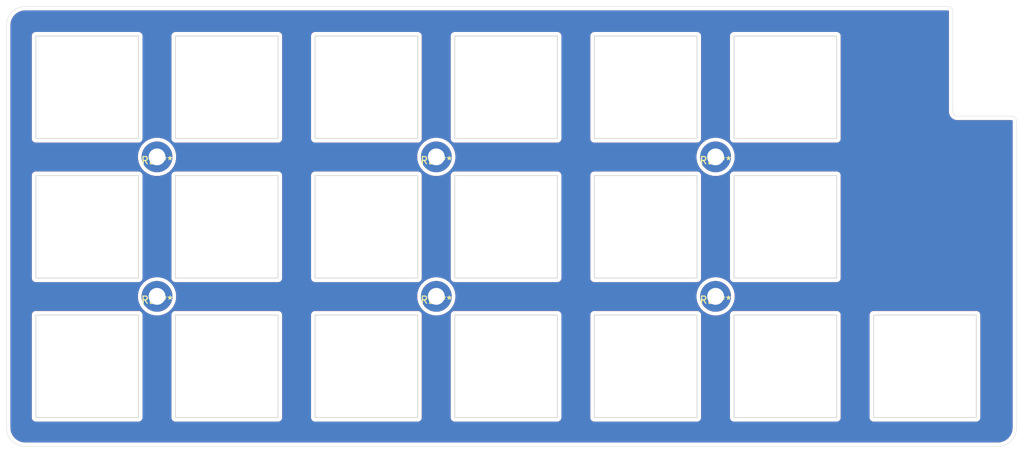
<source format=kicad_pcb>
(kicad_pcb (version 20171130) (host pcbnew "(5.1.7)-1")

  (general
    (thickness 1.6)
    (drawings 88)
    (tracks 0)
    (zones 0)
    (modules 6)
    (nets 1)
  )

  (page A4)
  (layers
    (0 F.Cu signal)
    (31 B.Cu signal)
    (32 B.Adhes user)
    (33 F.Adhes user)
    (34 B.Paste user)
    (35 F.Paste user)
    (36 B.SilkS user)
    (37 F.SilkS user)
    (38 B.Mask user)
    (39 F.Mask user)
    (40 Dwgs.User user)
    (41 Cmts.User user)
    (42 Eco1.User user)
    (43 Eco2.User user)
    (44 Edge.Cuts user)
    (45 Margin user)
    (46 B.CrtYd user)
    (47 F.CrtYd user)
    (48 B.Fab user)
    (49 F.Fab user)
  )

  (setup
    (last_trace_width 0.25)
    (user_trace_width 0.5)
    (trace_clearance 0.2)
    (zone_clearance 0.508)
    (zone_45_only no)
    (trace_min 0.2)
    (via_size 0.8)
    (via_drill 0.4)
    (via_min_size 0.4)
    (via_min_drill 0.3)
    (uvia_size 0.3)
    (uvia_drill 0.1)
    (uvias_allowed no)
    (uvia_min_size 0.2)
    (uvia_min_drill 0.1)
    (edge_width 0.05)
    (segment_width 0.2)
    (pcb_text_width 0.3)
    (pcb_text_size 1.5 1.5)
    (mod_edge_width 0.12)
    (mod_text_size 1 1)
    (mod_text_width 0.15)
    (pad_size 1.524 1.524)
    (pad_drill 0.762)
    (pad_to_mask_clearance 0)
    (aux_axis_origin 0 0)
    (visible_elements 7FFFFFFF)
    (pcbplotparams
      (layerselection 0x010fc_ffffffff)
      (usegerberextensions false)
      (usegerberattributes false)
      (usegerberadvancedattributes false)
      (creategerberjobfile false)
      (excludeedgelayer true)
      (linewidth 0.100000)
      (plotframeref false)
      (viasonmask false)
      (mode 1)
      (useauxorigin false)
      (hpglpennumber 1)
      (hpglpenspeed 20)
      (hpglpendiameter 15.000000)
      (psnegative false)
      (psa4output false)
      (plotreference true)
      (plotvalue false)
      (plotinvisibletext false)
      (padsonsilk true)
      (subtractmaskfromsilk false)
      (outputformat 1)
      (mirror false)
      (drillshape 0)
      (scaleselection 1)
      (outputdirectory "gerber/top_plate/"))
  )

  (net 0 "")

  (net_class Default "これはデフォルトのネット クラスです。"
    (clearance 0.2)
    (trace_width 0.25)
    (via_dia 0.8)
    (via_drill 0.4)
    (uvia_dia 0.3)
    (uvia_drill 0.1)
  )

  (module kbd:M2_Hole_TH (layer F.Cu) (tedit 5F7666C1) (tstamp 600D7D30)
    (at 135.725 78.575)
    (fp_text reference REF** (at 0 0.5) (layer F.SilkS)
      (effects (font (size 1 1) (thickness 0.15)))
    )
    (fp_text value M2_Hole_TH (at 0 -0.5) (layer F.Fab)
      (effects (font (size 1 1) (thickness 0.15)))
    )
    (pad "" thru_hole circle (at 0 0) (size 4.2 4.2) (drill 2.3) (layers *.Cu *.Mask))
  )

  (module kbd:M2_Hole_TH (layer F.Cu) (tedit 5F7666C1) (tstamp 600D7D28)
    (at 97.625 78.575)
    (fp_text reference REF** (at 0 0.5) (layer F.SilkS)
      (effects (font (size 1 1) (thickness 0.15)))
    )
    (fp_text value M2_Hole_TH (at 0 -0.5) (layer F.Fab)
      (effects (font (size 1 1) (thickness 0.15)))
    )
    (pad "" thru_hole circle (at 0 0) (size 4.2 4.2) (drill 2.3) (layers *.Cu *.Mask))
  )

  (module kbd:M2_Hole_TH (layer F.Cu) (tedit 5F7666C1) (tstamp 600D7D20)
    (at 135.725 59.525)
    (fp_text reference REF** (at 0 0.5) (layer F.SilkS)
      (effects (font (size 1 1) (thickness 0.15)))
    )
    (fp_text value M2_Hole_TH (at 0 -0.5) (layer F.Fab)
      (effects (font (size 1 1) (thickness 0.15)))
    )
    (pad "" thru_hole circle (at 0 0) (size 4.2 4.2) (drill 2.3) (layers *.Cu *.Mask))
  )

  (module kbd:M2_Hole_TH (layer F.Cu) (tedit 5F7666C1) (tstamp 600D7D18)
    (at 97.625 59.525)
    (fp_text reference REF** (at 0 0.5) (layer F.SilkS)
      (effects (font (size 1 1) (thickness 0.15)))
    )
    (fp_text value M2_Hole_TH (at 0 -0.5) (layer F.Fab)
      (effects (font (size 1 1) (thickness 0.15)))
    )
    (pad "" thru_hole circle (at 0 0) (size 4.2 4.2) (drill 2.3) (layers *.Cu *.Mask))
  )

  (module kbd:M2_Hole_TH (layer F.Cu) (tedit 5F7666C1) (tstamp 600D7D10)
    (at 59.525 78.575)
    (fp_text reference REF** (at 0 0.5) (layer F.SilkS)
      (effects (font (size 1 1) (thickness 0.15)))
    )
    (fp_text value M2_Hole_TH (at 0 -0.5) (layer F.Fab)
      (effects (font (size 1 1) (thickness 0.15)))
    )
    (pad "" thru_hole circle (at 0 0) (size 4.2 4.2) (drill 2.3) (layers *.Cu *.Mask))
  )

  (module kbd:M2_Hole_TH (layer F.Cu) (tedit 5F7666C1) (tstamp 600D7D0A)
    (at 59.525 59.525)
    (fp_text reference REF** (at 0 0.5) (layer F.SilkS)
      (effects (font (size 1 1) (thickness 0.15)))
    )
    (fp_text value M2_Hole_TH (at 0 -0.5) (layer F.Fab)
      (effects (font (size 1 1) (thickness 0.15)))
    )
    (pad "" thru_hole circle (at 0 0) (size 4.2 4.2) (drill 2.3) (layers *.Cu *.Mask))
  )

  (gr_line (start 168.7195 53.975) (end 176.149 53.975) (layer Edge.Cuts) (width 0.05) (tstamp 600D7E95))
  (gr_arc (start 176.149 54.61) (end 176.784 54.61) (angle -90) (layer Edge.Cuts) (width 0.05))
  (gr_arc (start 167.4495 39.624) (end 168.0845 39.624) (angle -90) (layer Edge.Cuts) (width 0.05))
  (gr_arc (start 168.7195 53.34) (end 168.0845 53.34) (angle -90) (layer Edge.Cuts) (width 0.05))
  (gr_line (start 168.0845 39.624) (end 168.0845 53.34) (layer Edge.Cuts) (width 0.05))
  (gr_line (start 95.0888 57.023) (end 81.0895 57.023) (layer Edge.Cuts) (width 0.1))
  (gr_line (start 76.0388 57.023) (end 62.0395 57.023) (layer Edge.Cuts) (width 0.1))
  (gr_line (start 76.0388 43.0237) (end 76.0388 57.023) (layer Edge.Cuts) (width 0.1))
  (gr_line (start 42.98945 57.023) (end 42.98945 43.0237) (layer Edge.Cuts) (width 0.1))
  (gr_line (start 56.989 57.023) (end 42.98945 57.023) (layer Edge.Cuts) (width 0.1))
  (gr_line (start 56.989 43.0237) (end 56.989 57.023) (layer Edge.Cuts) (width 0.1))
  (gr_line (start 81.0895 57.023) (end 81.0895 43.0237) (layer Edge.Cuts) (width 0.1))
  (gr_line (start 62.0395 57.023) (end 62.0395 43.0237) (layer Edge.Cuts) (width 0.1))
  (gr_line (start 42.98945 43.0237) (end 56.989 43.0237) (layer Edge.Cuts) (width 0.1))
  (gr_line (start 62.0395 43.0237) (end 76.0388 43.0237) (layer Edge.Cuts) (width 0.1))
  (gr_line (start 119.1895 95.12316) (end 119.1895 81.1237) (layer Edge.Cuts) (width 0.1))
  (gr_line (start 81.0895 81.1237) (end 95.0888 81.1237) (layer Edge.Cuts) (width 0.1))
  (gr_line (start 100.1395 95.12316) (end 100.1395 81.1237) (layer Edge.Cuts) (width 0.1))
  (gr_line (start 95.0888 81.1237) (end 95.0888 95.12316) (layer Edge.Cuts) (width 0.1))
  (gr_line (start 114.1388 81.1237) (end 114.1388 95.12316) (layer Edge.Cuts) (width 0.1))
  (gr_line (start 76.0388 81.1237) (end 76.0388 95.12316) (layer Edge.Cuts) (width 0.1))
  (gr_line (start 62.0395 81.1237) (end 76.0388 81.1237) (layer Edge.Cuts) (width 0.1))
  (gr_line (start 81.0895 95.12316) (end 81.0895 81.1237) (layer Edge.Cuts) (width 0.1))
  (gr_line (start 95.0888 95.12316) (end 81.0895 95.12316) (layer Edge.Cuts) (width 0.1))
  (gr_line (start 114.1388 95.12316) (end 100.1395 95.12316) (layer Edge.Cuts) (width 0.1))
  (gr_line (start 100.1395 81.1237) (end 114.1388 81.1237) (layer Edge.Cuts) (width 0.1))
  (gr_line (start 56.989 95.12316) (end 42.98945 95.12316) (layer Edge.Cuts) (width 0.1))
  (gr_line (start 56.989 81.1237) (end 56.989 95.12316) (layer Edge.Cuts) (width 0.1))
  (gr_line (start 119.1895 62.0738) (end 133.1888 62.0738) (layer Edge.Cuts) (width 0.1))
  (gr_line (start 42.98945 81.1237) (end 56.989 81.1237) (layer Edge.Cuts) (width 0.1))
  (gr_line (start 76.0388 95.12316) (end 62.0395 95.12316) (layer Edge.Cuts) (width 0.1))
  (gr_line (start 138.2381 76.0732) (end 138.2381 62.0738) (layer Edge.Cuts) (width 0.1))
  (gr_line (start 152.2388 76.0732) (end 138.2381 76.0732) (layer Edge.Cuts) (width 0.1))
  (gr_line (start 152.2388 62.0738) (end 152.2388 76.0732) (layer Edge.Cuts) (width 0.1))
  (gr_line (start 138.2381 62.0738) (end 152.2388 62.0738) (layer Edge.Cuts) (width 0.1))
  (gr_line (start 42.98945 95.12316) (end 42.98945 81.1237) (layer Edge.Cuts) (width 0.1))
  (gr_line (start 62.0395 95.12316) (end 62.0395 81.1237) (layer Edge.Cuts) (width 0.1))
  (gr_line (start 81.0895 62.0738) (end 95.0888 62.0738) (layer Edge.Cuts) (width 0.1))
  (gr_line (start 100.1395 62.0738) (end 114.1388 62.0738) (layer Edge.Cuts) (width 0.1))
  (gr_line (start 133.1888 76.0732) (end 119.1895 76.0732) (layer Edge.Cuts) (width 0.1))
  (gr_line (start 100.1395 76.0732) (end 100.1395 62.0738) (layer Edge.Cuts) (width 0.1))
  (gr_line (start 95.0888 76.0732) (end 81.0895 76.0732) (layer Edge.Cuts) (width 0.1))
  (gr_line (start 95.0888 62.0738) (end 95.0888 76.0732) (layer Edge.Cuts) (width 0.1))
  (gr_line (start 114.1388 76.0732) (end 100.1395 76.0732) (layer Edge.Cuts) (width 0.1))
  (gr_line (start 133.1888 62.0738) (end 133.1888 76.0732) (layer Edge.Cuts) (width 0.1))
  (gr_line (start 114.1388 62.0738) (end 114.1388 76.0732) (layer Edge.Cuts) (width 0.1))
  (gr_line (start 81.0895 76.0732) (end 81.0895 62.0738) (layer Edge.Cuts) (width 0.1))
  (gr_line (start 119.1895 76.0732) (end 119.1895 62.0738) (layer Edge.Cuts) (width 0.1))
  (gr_line (start 133.1888 81.1237) (end 133.1888 95.12316) (layer Edge.Cuts) (width 0.1))
  (gr_line (start 138.2381 95.12316) (end 138.2381 81.1237) (layer Edge.Cuts) (width 0.1))
  (gr_line (start 157.2878 95.12316) (end 157.2878 81.1237) (layer Edge.Cuts) (width 0.1))
  (gr_line (start 138.2381 81.1237) (end 152.2388 81.1237) (layer Edge.Cuts) (width 0.1))
  (gr_line (start 119.1895 81.1237) (end 133.1888 81.1237) (layer Edge.Cuts) (width 0.1))
  (gr_line (start 152.2388 95.12316) (end 138.2381 95.12316) (layer Edge.Cuts) (width 0.1))
  (gr_line (start 157.2878 81.1237) (end 171.2888 81.1237) (layer Edge.Cuts) (width 0.1))
  (gr_line (start 171.2888 95.12316) (end 157.2878 95.12316) (layer Edge.Cuts) (width 0.1))
  (gr_line (start 171.2888 81.1237) (end 171.2888 95.12316) (layer Edge.Cuts) (width 0.1))
  (gr_line (start 152.2388 81.1237) (end 152.2388 95.12316) (layer Edge.Cuts) (width 0.1))
  (gr_line (start 133.1888 95.12316) (end 119.1895 95.12316) (layer Edge.Cuts) (width 0.1))
  (gr_line (start 76.0388 62.0738) (end 76.0388 76.0732) (layer Edge.Cuts) (width 0.1))
  (gr_line (start 62.0395 76.0732) (end 62.0395 62.0738) (layer Edge.Cuts) (width 0.1))
  (gr_line (start 152.2388 57.023) (end 138.2381 57.023) (layer Edge.Cuts) (width 0.1))
  (gr_line (start 42.98945 62.0738) (end 56.989 62.0738) (layer Edge.Cuts) (width 0.1))
  (gr_line (start 152.2388 43.0237) (end 152.2388 57.023) (layer Edge.Cuts) (width 0.1))
  (gr_line (start 138.2381 43.0237) (end 152.2388 43.0237) (layer Edge.Cuts) (width 0.1))
  (gr_line (start 56.989 76.0732) (end 42.98945 76.0732) (layer Edge.Cuts) (width 0.1))
  (gr_line (start 76.0388 76.0732) (end 62.0395 76.0732) (layer Edge.Cuts) (width 0.1))
  (gr_line (start 62.0395 62.0738) (end 76.0388 62.0738) (layer Edge.Cuts) (width 0.1))
  (gr_line (start 42.98945 76.0732) (end 42.98945 62.0738) (layer Edge.Cuts) (width 0.1))
  (gr_line (start 56.989 62.0738) (end 56.989 76.0732) (layer Edge.Cuts) (width 0.1))
  (gr_line (start 133.1888 43.0237) (end 133.1888 57.023) (layer Edge.Cuts) (width 0.1))
  (gr_line (start 81.0895 43.0237) (end 95.0888 43.0237) (layer Edge.Cuts) (width 0.1))
  (gr_line (start 100.1395 57.023) (end 100.1395 43.0237) (layer Edge.Cuts) (width 0.1))
  (gr_line (start 119.1895 43.0237) (end 133.1888 43.0237) (layer Edge.Cuts) (width 0.1))
  (gr_line (start 114.1388 57.023) (end 100.1395 57.023) (layer Edge.Cuts) (width 0.1))
  (gr_line (start 114.1388 43.0237) (end 114.1388 57.023) (layer Edge.Cuts) (width 0.1))
  (gr_line (start 138.2381 57.023) (end 138.2381 43.0237) (layer Edge.Cuts) (width 0.1))
  (gr_line (start 100.1395 43.0237) (end 114.1388 43.0237) (layer Edge.Cuts) (width 0.1))
  (gr_line (start 133.1888 57.023) (end 119.1895 57.023) (layer Edge.Cuts) (width 0.1))
  (gr_line (start 95.0888 43.0237) (end 95.0888 57.023) (layer Edge.Cuts) (width 0.1))
  (gr_line (start 119.1895 57.023) (end 119.1895 43.0237) (layer Edge.Cuts) (width 0.1))
  (gr_arc (start 174.244 96.52) (end 174.244 99.06) (angle -90) (layer Edge.Cuts) (width 0.05))
  (gr_arc (start 41.529 96.52) (end 38.989 96.52) (angle -90) (layer Edge.Cuts) (width 0.05))
  (gr_arc (start 41.529 41.529) (end 41.529 38.989) (angle -90) (layer Edge.Cuts) (width 0.05))
  (gr_line (start 167.4495 38.989) (end 41.529 38.989) (layer Edge.Cuts) (width 0.05))
  (gr_line (start 176.784 96.52) (end 176.784 54.61) (layer Edge.Cuts) (width 0.05) (tstamp 5FFAEA58))
  (gr_line (start 41.529 99.06) (end 174.244 99.06) (layer Edge.Cuts) (width 0.05))
  (gr_line (start 38.989 41.529) (end 38.989 96.52) (layer Edge.Cuts) (width 0.05))

  (zone (net 0) (net_name "") (layer F.Cu) (tstamp 600DF9DB) (hatch edge 0.508)
    (connect_pads (clearance 0.508))
    (min_thickness 0.254)
    (fill yes (arc_segments 32) (thermal_gap 0.508) (thermal_bridge_width 0.508))
    (polygon
      (pts
        (xy 177.8 101.6) (xy 38.1 101.6) (xy 38.1 38.1) (xy 177.8 38.1)
      )
    )
    (filled_polygon
      (pts
        (xy 167.424013 39.649666) (xy 167.4245 39.654301) (xy 167.424501 53.372419) (xy 167.427258 53.40041) (xy 167.427231 53.404255)
        (xy 167.428131 53.413426) (xy 167.441086 53.536677) (xy 167.453115 53.595274) (xy 167.464322 53.654028) (xy 167.466986 53.66285)
        (xy 167.503633 53.781238) (xy 167.526808 53.836368) (xy 167.549222 53.891847) (xy 167.553549 53.899983) (xy 167.612492 54.008998)
        (xy 167.645937 54.058582) (xy 167.678697 54.108645) (xy 167.684522 54.115786) (xy 167.763518 54.211276) (xy 167.805967 54.25343)
        (xy 167.847815 54.296165) (xy 167.854916 54.302039) (xy 167.950955 54.380367) (xy 168.000781 54.413472) (xy 168.050138 54.447267)
        (xy 168.058244 54.45165) (xy 168.167667 54.509832) (xy 168.222959 54.532621) (xy 168.277955 54.556193) (xy 168.286758 54.558918)
        (xy 168.405399 54.594737) (xy 168.464083 54.606357) (xy 168.522594 54.618794) (xy 168.53175 54.619756) (xy 168.531755 54.619757)
        (xy 168.531759 54.619757) (xy 168.655097 54.63185) (xy 168.655098 54.63185) (xy 168.687081 54.635) (xy 176.116725 54.635)
        (xy 176.123513 54.635666) (xy 176.124001 54.64031) (xy 176.124 96.487721) (xy 176.085091 96.884545) (xy 175.97922 97.235206)
        (xy 175.807257 97.558623) (xy 175.575748 97.842482) (xy 175.293514 98.075965) (xy 174.971304 98.250184) (xy 174.621385 98.358502)
        (xy 174.226557 98.4) (xy 41.561279 98.4) (xy 41.164455 98.361091) (xy 40.813794 98.25522) (xy 40.490377 98.083257)
        (xy 40.206518 97.851748) (xy 39.973035 97.569514) (xy 39.798816 97.247304) (xy 39.690498 96.897385) (xy 39.649 96.502557)
        (xy 39.649 81.1237) (xy 42.301136 81.1237) (xy 42.304451 81.157357) (xy 42.30445 95.089513) (xy 42.301136 95.12316)
        (xy 42.314362 95.257443) (xy 42.353531 95.386566) (xy 42.417138 95.505567) (xy 42.502739 95.609871) (xy 42.607043 95.695472)
        (xy 42.726044 95.759079) (xy 42.855167 95.798248) (xy 42.98945 95.811474) (xy 43.023097 95.80816) (xy 56.955353 95.80816)
        (xy 56.989 95.811474) (xy 57.123283 95.798248) (xy 57.252406 95.759079) (xy 57.371407 95.695472) (xy 57.475711 95.609871)
        (xy 57.561312 95.505567) (xy 57.624919 95.386566) (xy 57.664088 95.257443) (xy 57.674 95.156807) (xy 57.674 95.156806)
        (xy 57.677314 95.12316) (xy 57.674 95.089513) (xy 57.674 81.157347) (xy 57.677314 81.1237) (xy 57.664088 80.989417)
        (xy 57.624919 80.860294) (xy 57.561312 80.741293) (xy 57.475711 80.636989) (xy 57.371407 80.551388) (xy 57.252406 80.487781)
        (xy 57.123283 80.448612) (xy 57.022647 80.4387) (xy 56.989 80.435386) (xy 56.955353 80.4387) (xy 43.023097 80.4387)
        (xy 42.98945 80.435386) (xy 42.955803 80.4387) (xy 42.855167 80.448612) (xy 42.726044 80.487781) (xy 42.607043 80.551388)
        (xy 42.502739 80.636989) (xy 42.417138 80.741293) (xy 42.353531 80.860294) (xy 42.314362 80.989417) (xy 42.301136 81.1237)
        (xy 39.649 81.1237) (xy 39.649 78.305626) (xy 56.79 78.305626) (xy 56.79 78.844374) (xy 56.895105 79.37277)
        (xy 57.101275 79.870508) (xy 57.400587 80.318461) (xy 57.781539 80.699413) (xy 58.229492 80.998725) (xy 58.72723 81.204895)
        (xy 59.255626 81.31) (xy 59.794374 81.31) (xy 60.32277 81.204895) (xy 60.518791 81.1237) (xy 61.351186 81.1237)
        (xy 61.354501 81.157357) (xy 61.3545 95.089513) (xy 61.351186 95.12316) (xy 61.364412 95.257443) (xy 61.403581 95.386566)
        (xy 61.467188 95.505567) (xy 61.552789 95.609871) (xy 61.657093 95.695472) (xy 61.776094 95.759079) (xy 61.905217 95.798248)
        (xy 62.0395 95.811474) (xy 62.073147 95.80816) (xy 76.005153 95.80816) (xy 76.0388 95.811474) (xy 76.173083 95.798248)
        (xy 76.302206 95.759079) (xy 76.421207 95.695472) (xy 76.525511 95.609871) (xy 76.611112 95.505567) (xy 76.674719 95.386566)
        (xy 76.713888 95.257443) (xy 76.7238 95.156807) (xy 76.7238 95.156806) (xy 76.727114 95.12316) (xy 76.7238 95.089513)
        (xy 76.7238 81.157347) (xy 76.727114 81.1237) (xy 80.401186 81.1237) (xy 80.404501 81.157357) (xy 80.4045 95.089513)
        (xy 80.401186 95.12316) (xy 80.414412 95.257443) (xy 80.453581 95.386566) (xy 80.517188 95.505567) (xy 80.602789 95.609871)
        (xy 80.707093 95.695472) (xy 80.826094 95.759079) (xy 80.955217 95.798248) (xy 81.0895 95.811474) (xy 81.123147 95.80816)
        (xy 95.055153 95.80816) (xy 95.0888 95.811474) (xy 95.223083 95.798248) (xy 95.352206 95.759079) (xy 95.471207 95.695472)
        (xy 95.575511 95.609871) (xy 95.661112 95.505567) (xy 95.724719 95.386566) (xy 95.763888 95.257443) (xy 95.7738 95.156807)
        (xy 95.7738 95.156806) (xy 95.777114 95.12316) (xy 95.7738 95.089513) (xy 95.7738 81.157347) (xy 95.777114 81.1237)
        (xy 95.763888 80.989417) (xy 95.724719 80.860294) (xy 95.661112 80.741293) (xy 95.575511 80.636989) (xy 95.471207 80.551388)
        (xy 95.352206 80.487781) (xy 95.223083 80.448612) (xy 95.122447 80.4387) (xy 95.0888 80.435386) (xy 95.055153 80.4387)
        (xy 81.123147 80.4387) (xy 81.0895 80.435386) (xy 81.055853 80.4387) (xy 80.955217 80.448612) (xy 80.826094 80.487781)
        (xy 80.707093 80.551388) (xy 80.602789 80.636989) (xy 80.517188 80.741293) (xy 80.453581 80.860294) (xy 80.414412 80.989417)
        (xy 80.401186 81.1237) (xy 76.727114 81.1237) (xy 76.713888 80.989417) (xy 76.674719 80.860294) (xy 76.611112 80.741293)
        (xy 76.525511 80.636989) (xy 76.421207 80.551388) (xy 76.302206 80.487781) (xy 76.173083 80.448612) (xy 76.072447 80.4387)
        (xy 76.0388 80.435386) (xy 76.005153 80.4387) (xy 62.073147 80.4387) (xy 62.0395 80.435386) (xy 62.005853 80.4387)
        (xy 61.905217 80.448612) (xy 61.776094 80.487781) (xy 61.657093 80.551388) (xy 61.552789 80.636989) (xy 61.467188 80.741293)
        (xy 61.403581 80.860294) (xy 61.364412 80.989417) (xy 61.351186 81.1237) (xy 60.518791 81.1237) (xy 60.820508 80.998725)
        (xy 61.268461 80.699413) (xy 61.649413 80.318461) (xy 61.948725 79.870508) (xy 62.154895 79.37277) (xy 62.26 78.844374)
        (xy 62.26 78.305626) (xy 94.89 78.305626) (xy 94.89 78.844374) (xy 94.995105 79.37277) (xy 95.201275 79.870508)
        (xy 95.500587 80.318461) (xy 95.881539 80.699413) (xy 96.329492 80.998725) (xy 96.82723 81.204895) (xy 97.355626 81.31)
        (xy 97.894374 81.31) (xy 98.42277 81.204895) (xy 98.618791 81.1237) (xy 99.451186 81.1237) (xy 99.454501 81.157357)
        (xy 99.4545 95.089513) (xy 99.451186 95.12316) (xy 99.464412 95.257443) (xy 99.503581 95.386566) (xy 99.567188 95.505567)
        (xy 99.652789 95.609871) (xy 99.757093 95.695472) (xy 99.876094 95.759079) (xy 100.005217 95.798248) (xy 100.1395 95.811474)
        (xy 100.173147 95.80816) (xy 114.105153 95.80816) (xy 114.1388 95.811474) (xy 114.273083 95.798248) (xy 114.402206 95.759079)
        (xy 114.521207 95.695472) (xy 114.625511 95.609871) (xy 114.711112 95.505567) (xy 114.774719 95.386566) (xy 114.813888 95.257443)
        (xy 114.8238 95.156807) (xy 114.8238 95.156806) (xy 114.827114 95.12316) (xy 114.8238 95.089513) (xy 114.8238 81.157347)
        (xy 114.827114 81.1237) (xy 118.501186 81.1237) (xy 118.504501 81.157357) (xy 118.5045 95.089513) (xy 118.501186 95.12316)
        (xy 118.514412 95.257443) (xy 118.553581 95.386566) (xy 118.617188 95.505567) (xy 118.702789 95.609871) (xy 118.807093 95.695472)
        (xy 118.926094 95.759079) (xy 119.055217 95.798248) (xy 119.1895 95.811474) (xy 119.223147 95.80816) (xy 133.155153 95.80816)
        (xy 133.1888 95.811474) (xy 133.323083 95.798248) (xy 133.452206 95.759079) (xy 133.571207 95.695472) (xy 133.675511 95.609871)
        (xy 133.761112 95.505567) (xy 133.824719 95.386566) (xy 133.863888 95.257443) (xy 133.8738 95.156807) (xy 133.8738 95.156806)
        (xy 133.877114 95.12316) (xy 133.8738 95.089513) (xy 133.8738 81.157347) (xy 133.877114 81.1237) (xy 133.863888 80.989417)
        (xy 133.824719 80.860294) (xy 133.761112 80.741293) (xy 133.675511 80.636989) (xy 133.571207 80.551388) (xy 133.452206 80.487781)
        (xy 133.323083 80.448612) (xy 133.222447 80.4387) (xy 133.1888 80.435386) (xy 133.155153 80.4387) (xy 119.223147 80.4387)
        (xy 119.1895 80.435386) (xy 119.155853 80.4387) (xy 119.055217 80.448612) (xy 118.926094 80.487781) (xy 118.807093 80.551388)
        (xy 118.702789 80.636989) (xy 118.617188 80.741293) (xy 118.553581 80.860294) (xy 118.514412 80.989417) (xy 118.501186 81.1237)
        (xy 114.827114 81.1237) (xy 114.813888 80.989417) (xy 114.774719 80.860294) (xy 114.711112 80.741293) (xy 114.625511 80.636989)
        (xy 114.521207 80.551388) (xy 114.402206 80.487781) (xy 114.273083 80.448612) (xy 114.172447 80.4387) (xy 114.1388 80.435386)
        (xy 114.105153 80.4387) (xy 100.173147 80.4387) (xy 100.1395 80.435386) (xy 100.105853 80.4387) (xy 100.005217 80.448612)
        (xy 99.876094 80.487781) (xy 99.757093 80.551388) (xy 99.652789 80.636989) (xy 99.567188 80.741293) (xy 99.503581 80.860294)
        (xy 99.464412 80.989417) (xy 99.451186 81.1237) (xy 98.618791 81.1237) (xy 98.920508 80.998725) (xy 99.368461 80.699413)
        (xy 99.749413 80.318461) (xy 100.048725 79.870508) (xy 100.254895 79.37277) (xy 100.36 78.844374) (xy 100.36 78.305626)
        (xy 132.99 78.305626) (xy 132.99 78.844374) (xy 133.095105 79.37277) (xy 133.301275 79.870508) (xy 133.600587 80.318461)
        (xy 133.981539 80.699413) (xy 134.429492 80.998725) (xy 134.92723 81.204895) (xy 135.455626 81.31) (xy 135.994374 81.31)
        (xy 136.52277 81.204895) (xy 136.718791 81.1237) (xy 137.549786 81.1237) (xy 137.553101 81.157357) (xy 137.5531 95.089513)
        (xy 137.549786 95.12316) (xy 137.563012 95.257443) (xy 137.602181 95.386566) (xy 137.665788 95.505567) (xy 137.751389 95.609871)
        (xy 137.855693 95.695472) (xy 137.974694 95.759079) (xy 138.103817 95.798248) (xy 138.2381 95.811474) (xy 138.271747 95.80816)
        (xy 152.205153 95.80816) (xy 152.2388 95.811474) (xy 152.373083 95.798248) (xy 152.502206 95.759079) (xy 152.621207 95.695472)
        (xy 152.725511 95.609871) (xy 152.811112 95.505567) (xy 152.874719 95.386566) (xy 152.913888 95.257443) (xy 152.9238 95.156807)
        (xy 152.9238 95.156806) (xy 152.927114 95.12316) (xy 152.9238 95.089513) (xy 152.9238 81.157347) (xy 152.927114 81.1237)
        (xy 156.599486 81.1237) (xy 156.602801 81.157357) (xy 156.6028 95.089513) (xy 156.599486 95.12316) (xy 156.612712 95.257443)
        (xy 156.651881 95.386566) (xy 156.715488 95.505567) (xy 156.801089 95.609871) (xy 156.905393 95.695472) (xy 157.024394 95.759079)
        (xy 157.153517 95.798248) (xy 157.2878 95.811474) (xy 157.321447 95.80816) (xy 171.255153 95.80816) (xy 171.2888 95.811474)
        (xy 171.423083 95.798248) (xy 171.552206 95.759079) (xy 171.671207 95.695472) (xy 171.775511 95.609871) (xy 171.861112 95.505567)
        (xy 171.924719 95.386566) (xy 171.963888 95.257443) (xy 171.9738 95.156807) (xy 171.9738 95.156806) (xy 171.977114 95.12316)
        (xy 171.9738 95.089513) (xy 171.9738 81.157347) (xy 171.977114 81.1237) (xy 171.963888 80.989417) (xy 171.924719 80.860294)
        (xy 171.861112 80.741293) (xy 171.775511 80.636989) (xy 171.671207 80.551388) (xy 171.552206 80.487781) (xy 171.423083 80.448612)
        (xy 171.322447 80.4387) (xy 171.2888 80.435386) (xy 171.255153 80.4387) (xy 157.321447 80.4387) (xy 157.2878 80.435386)
        (xy 157.254153 80.4387) (xy 157.153517 80.448612) (xy 157.024394 80.487781) (xy 156.905393 80.551388) (xy 156.801089 80.636989)
        (xy 156.715488 80.741293) (xy 156.651881 80.860294) (xy 156.612712 80.989417) (xy 156.599486 81.1237) (xy 152.927114 81.1237)
        (xy 152.913888 80.989417) (xy 152.874719 80.860294) (xy 152.811112 80.741293) (xy 152.725511 80.636989) (xy 152.621207 80.551388)
        (xy 152.502206 80.487781) (xy 152.373083 80.448612) (xy 152.272447 80.4387) (xy 152.2388 80.435386) (xy 152.205153 80.4387)
        (xy 138.271747 80.4387) (xy 138.2381 80.435386) (xy 138.204453 80.4387) (xy 138.103817 80.448612) (xy 137.974694 80.487781)
        (xy 137.855693 80.551388) (xy 137.751389 80.636989) (xy 137.665788 80.741293) (xy 137.602181 80.860294) (xy 137.563012 80.989417)
        (xy 137.549786 81.1237) (xy 136.718791 81.1237) (xy 137.020508 80.998725) (xy 137.468461 80.699413) (xy 137.849413 80.318461)
        (xy 138.148725 79.870508) (xy 138.354895 79.37277) (xy 138.46 78.844374) (xy 138.46 78.305626) (xy 138.354895 77.77723)
        (xy 138.148725 77.279492) (xy 137.849413 76.831539) (xy 137.468461 76.450587) (xy 137.020508 76.151275) (xy 136.52277 75.945105)
        (xy 135.994374 75.84) (xy 135.455626 75.84) (xy 134.92723 75.945105) (xy 134.429492 76.151275) (xy 133.981539 76.450587)
        (xy 133.600587 76.831539) (xy 133.301275 77.279492) (xy 133.095105 77.77723) (xy 132.99 78.305626) (xy 100.36 78.305626)
        (xy 100.254895 77.77723) (xy 100.048725 77.279492) (xy 99.749413 76.831539) (xy 99.368461 76.450587) (xy 98.920508 76.151275)
        (xy 98.42277 75.945105) (xy 97.894374 75.84) (xy 97.355626 75.84) (xy 96.82723 75.945105) (xy 96.329492 76.151275)
        (xy 95.881539 76.450587) (xy 95.500587 76.831539) (xy 95.201275 77.279492) (xy 94.995105 77.77723) (xy 94.89 78.305626)
        (xy 62.26 78.305626) (xy 62.154895 77.77723) (xy 61.948725 77.279492) (xy 61.649413 76.831539) (xy 61.268461 76.450587)
        (xy 60.820508 76.151275) (xy 60.32277 75.945105) (xy 59.794374 75.84) (xy 59.255626 75.84) (xy 58.72723 75.945105)
        (xy 58.229492 76.151275) (xy 57.781539 76.450587) (xy 57.400587 76.831539) (xy 57.101275 77.279492) (xy 56.895105 77.77723)
        (xy 56.79 78.305626) (xy 39.649 78.305626) (xy 39.649 62.0738) (xy 42.301136 62.0738) (xy 42.304451 62.107457)
        (xy 42.30445 76.039553) (xy 42.301136 76.0732) (xy 42.314362 76.207483) (xy 42.353531 76.336606) (xy 42.417138 76.455607)
        (xy 42.502739 76.559911) (xy 42.607043 76.645512) (xy 42.726044 76.709119) (xy 42.855167 76.748288) (xy 42.98945 76.761514)
        (xy 43.023097 76.7582) (xy 56.955353 76.7582) (xy 56.989 76.761514) (xy 57.123283 76.748288) (xy 57.252406 76.709119)
        (xy 57.371407 76.645512) (xy 57.475711 76.559911) (xy 57.561312 76.455607) (xy 57.624919 76.336606) (xy 57.664088 76.207483)
        (xy 57.674 76.106847) (xy 57.674 76.106846) (xy 57.677314 76.0732) (xy 57.674 76.039553) (xy 57.674 62.107447)
        (xy 57.677314 62.0738) (xy 57.664088 61.939517) (xy 57.624919 61.810394) (xy 57.561312 61.691393) (xy 57.475711 61.587089)
        (xy 57.371407 61.501488) (xy 57.252406 61.437881) (xy 57.123283 61.398712) (xy 57.022647 61.3888) (xy 56.989 61.385486)
        (xy 56.955353 61.3888) (xy 43.023097 61.3888) (xy 42.98945 61.385486) (xy 42.955803 61.3888) (xy 42.855167 61.398712)
        (xy 42.726044 61.437881) (xy 42.607043 61.501488) (xy 42.502739 61.587089) (xy 42.417138 61.691393) (xy 42.353531 61.810394)
        (xy 42.314362 61.939517) (xy 42.301136 62.0738) (xy 39.649 62.0738) (xy 39.649 59.255626) (xy 56.79 59.255626)
        (xy 56.79 59.794374) (xy 56.895105 60.32277) (xy 57.101275 60.820508) (xy 57.400587 61.268461) (xy 57.781539 61.649413)
        (xy 58.229492 61.948725) (xy 58.72723 62.154895) (xy 59.255626 62.26) (xy 59.794374 62.26) (xy 60.32277 62.154895)
        (xy 60.51855 62.0738) (xy 61.351186 62.0738) (xy 61.354501 62.107457) (xy 61.3545 76.039553) (xy 61.351186 76.0732)
        (xy 61.364412 76.207483) (xy 61.403581 76.336606) (xy 61.467188 76.455607) (xy 61.552789 76.559911) (xy 61.657093 76.645512)
        (xy 61.776094 76.709119) (xy 61.905217 76.748288) (xy 62.0395 76.761514) (xy 62.073147 76.7582) (xy 76.005153 76.7582)
        (xy 76.0388 76.761514) (xy 76.173083 76.748288) (xy 76.302206 76.709119) (xy 76.421207 76.645512) (xy 76.525511 76.559911)
        (xy 76.611112 76.455607) (xy 76.674719 76.336606) (xy 76.713888 76.207483) (xy 76.7238 76.106847) (xy 76.7238 76.106846)
        (xy 76.727114 76.0732) (xy 76.7238 76.039553) (xy 76.7238 62.107447) (xy 76.727114 62.0738) (xy 80.401186 62.0738)
        (xy 80.404501 62.107457) (xy 80.4045 76.039553) (xy 80.401186 76.0732) (xy 80.414412 76.207483) (xy 80.453581 76.336606)
        (xy 80.517188 76.455607) (xy 80.602789 76.559911) (xy 80.707093 76.645512) (xy 80.826094 76.709119) (xy 80.955217 76.748288)
        (xy 81.0895 76.761514) (xy 81.123147 76.7582) (xy 95.055153 76.7582) (xy 95.0888 76.761514) (xy 95.223083 76.748288)
        (xy 95.352206 76.709119) (xy 95.471207 76.645512) (xy 95.575511 76.559911) (xy 95.661112 76.455607) (xy 95.724719 76.336606)
        (xy 95.763888 76.207483) (xy 95.7738 76.106847) (xy 95.7738 76.106846) (xy 95.777114 76.0732) (xy 95.7738 76.039553)
        (xy 95.7738 62.107447) (xy 95.777114 62.0738) (xy 95.763888 61.939517) (xy 95.724719 61.810394) (xy 95.661112 61.691393)
        (xy 95.575511 61.587089) (xy 95.471207 61.501488) (xy 95.352206 61.437881) (xy 95.223083 61.398712) (xy 95.122447 61.3888)
        (xy 95.0888 61.385486) (xy 95.055153 61.3888) (xy 81.123147 61.3888) (xy 81.0895 61.385486) (xy 81.055853 61.3888)
        (xy 80.955217 61.398712) (xy 80.826094 61.437881) (xy 80.707093 61.501488) (xy 80.602789 61.587089) (xy 80.517188 61.691393)
        (xy 80.453581 61.810394) (xy 80.414412 61.939517) (xy 80.401186 62.0738) (xy 76.727114 62.0738) (xy 76.713888 61.939517)
        (xy 76.674719 61.810394) (xy 76.611112 61.691393) (xy 76.525511 61.587089) (xy 76.421207 61.501488) (xy 76.302206 61.437881)
        (xy 76.173083 61.398712) (xy 76.072447 61.3888) (xy 76.0388 61.385486) (xy 76.005153 61.3888) (xy 62.073147 61.3888)
        (xy 62.0395 61.385486) (xy 62.005853 61.3888) (xy 61.905217 61.398712) (xy 61.776094 61.437881) (xy 61.657093 61.501488)
        (xy 61.552789 61.587089) (xy 61.467188 61.691393) (xy 61.403581 61.810394) (xy 61.364412 61.939517) (xy 61.351186 62.0738)
        (xy 60.51855 62.0738) (xy 60.820508 61.948725) (xy 61.268461 61.649413) (xy 61.649413 61.268461) (xy 61.948725 60.820508)
        (xy 62.154895 60.32277) (xy 62.26 59.794374) (xy 62.26 59.255626) (xy 94.89 59.255626) (xy 94.89 59.794374)
        (xy 94.995105 60.32277) (xy 95.201275 60.820508) (xy 95.500587 61.268461) (xy 95.881539 61.649413) (xy 96.329492 61.948725)
        (xy 96.82723 62.154895) (xy 97.355626 62.26) (xy 97.894374 62.26) (xy 98.42277 62.154895) (xy 98.61855 62.0738)
        (xy 99.451186 62.0738) (xy 99.454501 62.107457) (xy 99.4545 76.039553) (xy 99.451186 76.0732) (xy 99.464412 76.207483)
        (xy 99.503581 76.336606) (xy 99.567188 76.455607) (xy 99.652789 76.559911) (xy 99.757093 76.645512) (xy 99.876094 76.709119)
        (xy 100.005217 76.748288) (xy 100.1395 76.761514) (xy 100.173147 76.7582) (xy 114.105153 76.7582) (xy 114.1388 76.761514)
        (xy 114.273083 76.748288) (xy 114.402206 76.709119) (xy 114.521207 76.645512) (xy 114.625511 76.559911) (xy 114.711112 76.455607)
        (xy 114.774719 76.336606) (xy 114.813888 76.207483) (xy 114.8238 76.106847) (xy 114.8238 76.106846) (xy 114.827114 76.0732)
        (xy 114.8238 76.039553) (xy 114.8238 62.107447) (xy 114.827114 62.0738) (xy 118.501186 62.0738) (xy 118.504501 62.107457)
        (xy 118.5045 76.039553) (xy 118.501186 76.0732) (xy 118.514412 76.207483) (xy 118.553581 76.336606) (xy 118.617188 76.455607)
        (xy 118.702789 76.559911) (xy 118.807093 76.645512) (xy 118.926094 76.709119) (xy 119.055217 76.748288) (xy 119.1895 76.761514)
        (xy 119.223147 76.7582) (xy 133.155153 76.7582) (xy 133.1888 76.761514) (xy 133.323083 76.748288) (xy 133.452206 76.709119)
        (xy 133.571207 76.645512) (xy 133.675511 76.559911) (xy 133.761112 76.455607) (xy 133.824719 76.336606) (xy 133.863888 76.207483)
        (xy 133.8738 76.106847) (xy 133.8738 76.106846) (xy 133.877114 76.0732) (xy 133.8738 76.039553) (xy 133.8738 62.107447)
        (xy 133.877114 62.0738) (xy 133.863888 61.939517) (xy 133.824719 61.810394) (xy 133.761112 61.691393) (xy 133.675511 61.587089)
        (xy 133.571207 61.501488) (xy 133.452206 61.437881) (xy 133.323083 61.398712) (xy 133.222447 61.3888) (xy 133.1888 61.385486)
        (xy 133.155153 61.3888) (xy 119.223147 61.3888) (xy 119.1895 61.385486) (xy 119.155853 61.3888) (xy 119.055217 61.398712)
        (xy 118.926094 61.437881) (xy 118.807093 61.501488) (xy 118.702789 61.587089) (xy 118.617188 61.691393) (xy 118.553581 61.810394)
        (xy 118.514412 61.939517) (xy 118.501186 62.0738) (xy 114.827114 62.0738) (xy 114.813888 61.939517) (xy 114.774719 61.810394)
        (xy 114.711112 61.691393) (xy 114.625511 61.587089) (xy 114.521207 61.501488) (xy 114.402206 61.437881) (xy 114.273083 61.398712)
        (xy 114.172447 61.3888) (xy 114.1388 61.385486) (xy 114.105153 61.3888) (xy 100.173147 61.3888) (xy 100.1395 61.385486)
        (xy 100.105853 61.3888) (xy 100.005217 61.398712) (xy 99.876094 61.437881) (xy 99.757093 61.501488) (xy 99.652789 61.587089)
        (xy 99.567188 61.691393) (xy 99.503581 61.810394) (xy 99.464412 61.939517) (xy 99.451186 62.0738) (xy 98.61855 62.0738)
        (xy 98.920508 61.948725) (xy 99.368461 61.649413) (xy 99.749413 61.268461) (xy 100.048725 60.820508) (xy 100.254895 60.32277)
        (xy 100.36 59.794374) (xy 100.36 59.255626) (xy 132.99 59.255626) (xy 132.99 59.794374) (xy 133.095105 60.32277)
        (xy 133.301275 60.820508) (xy 133.600587 61.268461) (xy 133.981539 61.649413) (xy 134.429492 61.948725) (xy 134.92723 62.154895)
        (xy 135.455626 62.26) (xy 135.994374 62.26) (xy 136.52277 62.154895) (xy 136.71855 62.0738) (xy 137.549786 62.0738)
        (xy 137.553101 62.107457) (xy 137.5531 76.039553) (xy 137.549786 76.0732) (xy 137.563012 76.207483) (xy 137.602181 76.336606)
        (xy 137.665788 76.455607) (xy 137.751389 76.559911) (xy 137.855693 76.645512) (xy 137.974694 76.709119) (xy 138.103817 76.748288)
        (xy 138.2381 76.761514) (xy 138.271747 76.7582) (xy 152.205153 76.7582) (xy 152.2388 76.761514) (xy 152.373083 76.748288)
        (xy 152.502206 76.709119) (xy 152.621207 76.645512) (xy 152.725511 76.559911) (xy 152.811112 76.455607) (xy 152.874719 76.336606)
        (xy 152.913888 76.207483) (xy 152.9238 76.106847) (xy 152.9238 76.106846) (xy 152.927114 76.0732) (xy 152.9238 76.039553)
        (xy 152.9238 62.107447) (xy 152.927114 62.0738) (xy 152.913888 61.939517) (xy 152.874719 61.810394) (xy 152.811112 61.691393)
        (xy 152.725511 61.587089) (xy 152.621207 61.501488) (xy 152.502206 61.437881) (xy 152.373083 61.398712) (xy 152.272447 61.3888)
        (xy 152.2388 61.385486) (xy 152.205153 61.3888) (xy 138.271747 61.3888) (xy 138.2381 61.385486) (xy 138.204453 61.3888)
        (xy 138.103817 61.398712) (xy 137.974694 61.437881) (xy 137.855693 61.501488) (xy 137.751389 61.587089) (xy 137.665788 61.691393)
        (xy 137.602181 61.810394) (xy 137.563012 61.939517) (xy 137.549786 62.0738) (xy 136.71855 62.0738) (xy 137.020508 61.948725)
        (xy 137.468461 61.649413) (xy 137.849413 61.268461) (xy 138.148725 60.820508) (xy 138.354895 60.32277) (xy 138.46 59.794374)
        (xy 138.46 59.255626) (xy 138.354895 58.72723) (xy 138.148725 58.229492) (xy 137.849413 57.781539) (xy 137.468461 57.400587)
        (xy 137.020508 57.101275) (xy 136.52277 56.895105) (xy 135.994374 56.79) (xy 135.455626 56.79) (xy 134.92723 56.895105)
        (xy 134.429492 57.101275) (xy 133.981539 57.400587) (xy 133.600587 57.781539) (xy 133.301275 58.229492) (xy 133.095105 58.72723)
        (xy 132.99 59.255626) (xy 100.36 59.255626) (xy 100.254895 58.72723) (xy 100.048725 58.229492) (xy 99.749413 57.781539)
        (xy 99.368461 57.400587) (xy 98.920508 57.101275) (xy 98.42277 56.895105) (xy 97.894374 56.79) (xy 97.355626 56.79)
        (xy 96.82723 56.895105) (xy 96.329492 57.101275) (xy 95.881539 57.400587) (xy 95.500587 57.781539) (xy 95.201275 58.229492)
        (xy 94.995105 58.72723) (xy 94.89 59.255626) (xy 62.26 59.255626) (xy 62.154895 58.72723) (xy 61.948725 58.229492)
        (xy 61.649413 57.781539) (xy 61.268461 57.400587) (xy 60.820508 57.101275) (xy 60.32277 56.895105) (xy 59.794374 56.79)
        (xy 59.255626 56.79) (xy 58.72723 56.895105) (xy 58.229492 57.101275) (xy 57.781539 57.400587) (xy 57.400587 57.781539)
        (xy 57.101275 58.229492) (xy 56.895105 58.72723) (xy 56.79 59.255626) (xy 39.649 59.255626) (xy 39.649 43.0237)
        (xy 42.301136 43.0237) (xy 42.304451 43.057357) (xy 42.30445 56.989353) (xy 42.301136 57.023) (xy 42.314362 57.157283)
        (xy 42.353531 57.286406) (xy 42.417138 57.405407) (xy 42.502739 57.509711) (xy 42.607043 57.595312) (xy 42.726044 57.658919)
        (xy 42.855167 57.698088) (xy 42.98945 57.711314) (xy 43.023097 57.708) (xy 56.955353 57.708) (xy 56.989 57.711314)
        (xy 57.123283 57.698088) (xy 57.252406 57.658919) (xy 57.371407 57.595312) (xy 57.475711 57.509711) (xy 57.561312 57.405407)
        (xy 57.624919 57.286406) (xy 57.664088 57.157283) (xy 57.674 57.056647) (xy 57.674 57.056646) (xy 57.677314 57.023)
        (xy 57.674 56.989353) (xy 57.674 43.057347) (xy 57.677314 43.0237) (xy 61.351186 43.0237) (xy 61.354501 43.057357)
        (xy 61.3545 56.989353) (xy 61.351186 57.023) (xy 61.364412 57.157283) (xy 61.403581 57.286406) (xy 61.467188 57.405407)
        (xy 61.552789 57.509711) (xy 61.657093 57.595312) (xy 61.776094 57.658919) (xy 61.905217 57.698088) (xy 62.0395 57.711314)
        (xy 62.073147 57.708) (xy 76.005153 57.708) (xy 76.0388 57.711314) (xy 76.173083 57.698088) (xy 76.302206 57.658919)
        (xy 76.421207 57.595312) (xy 76.525511 57.509711) (xy 76.611112 57.405407) (xy 76.674719 57.286406) (xy 76.713888 57.157283)
        (xy 76.7238 57.056647) (xy 76.7238 57.056646) (xy 76.727114 57.023) (xy 76.7238 56.989353) (xy 76.7238 43.057347)
        (xy 76.727114 43.0237) (xy 80.401186 43.0237) (xy 80.404501 43.057357) (xy 80.4045 56.989353) (xy 80.401186 57.023)
        (xy 80.414412 57.157283) (xy 80.453581 57.286406) (xy 80.517188 57.405407) (xy 80.602789 57.509711) (xy 80.707093 57.595312)
        (xy 80.826094 57.658919) (xy 80.955217 57.698088) (xy 81.0895 57.711314) (xy 81.123147 57.708) (xy 95.055153 57.708)
        (xy 95.0888 57.711314) (xy 95.223083 57.698088) (xy 95.352206 57.658919) (xy 95.471207 57.595312) (xy 95.575511 57.509711)
        (xy 95.661112 57.405407) (xy 95.724719 57.286406) (xy 95.763888 57.157283) (xy 95.7738 57.056647) (xy 95.7738 57.056646)
        (xy 95.777114 57.023) (xy 95.7738 56.989353) (xy 95.7738 43.057347) (xy 95.777114 43.0237) (xy 99.451186 43.0237)
        (xy 99.454501 43.057357) (xy 99.4545 56.989353) (xy 99.451186 57.023) (xy 99.464412 57.157283) (xy 99.503581 57.286406)
        (xy 99.567188 57.405407) (xy 99.652789 57.509711) (xy 99.757093 57.595312) (xy 99.876094 57.658919) (xy 100.005217 57.698088)
        (xy 100.1395 57.711314) (xy 100.173147 57.708) (xy 114.105153 57.708) (xy 114.1388 57.711314) (xy 114.273083 57.698088)
        (xy 114.402206 57.658919) (xy 114.521207 57.595312) (xy 114.625511 57.509711) (xy 114.711112 57.405407) (xy 114.774719 57.286406)
        (xy 114.813888 57.157283) (xy 114.8238 57.056647) (xy 114.8238 57.056646) (xy 114.827114 57.023) (xy 114.8238 56.989353)
        (xy 114.8238 43.057347) (xy 114.827114 43.0237) (xy 118.501186 43.0237) (xy 118.504501 43.057357) (xy 118.5045 56.989353)
        (xy 118.501186 57.023) (xy 118.514412 57.157283) (xy 118.553581 57.286406) (xy 118.617188 57.405407) (xy 118.702789 57.509711)
        (xy 118.807093 57.595312) (xy 118.926094 57.658919) (xy 119.055217 57.698088) (xy 119.1895 57.711314) (xy 119.223147 57.708)
        (xy 133.155153 57.708) (xy 133.1888 57.711314) (xy 133.323083 57.698088) (xy 133.452206 57.658919) (xy 133.571207 57.595312)
        (xy 133.675511 57.509711) (xy 133.761112 57.405407) (xy 133.824719 57.286406) (xy 133.863888 57.157283) (xy 133.8738 57.056647)
        (xy 133.8738 57.056646) (xy 133.877114 57.023) (xy 133.8738 56.989353) (xy 133.8738 43.057347) (xy 133.877114 43.0237)
        (xy 137.549786 43.0237) (xy 137.553101 43.057357) (xy 137.5531 56.989353) (xy 137.549786 57.023) (xy 137.563012 57.157283)
        (xy 137.602181 57.286406) (xy 137.665788 57.405407) (xy 137.751389 57.509711) (xy 137.855693 57.595312) (xy 137.974694 57.658919)
        (xy 138.103817 57.698088) (xy 138.2381 57.711314) (xy 138.271747 57.708) (xy 152.205153 57.708) (xy 152.2388 57.711314)
        (xy 152.373083 57.698088) (xy 152.502206 57.658919) (xy 152.621207 57.595312) (xy 152.725511 57.509711) (xy 152.811112 57.405407)
        (xy 152.874719 57.286406) (xy 152.913888 57.157283) (xy 152.9238 57.056647) (xy 152.9238 57.056646) (xy 152.927114 57.023)
        (xy 152.9238 56.989353) (xy 152.9238 43.057347) (xy 152.927114 43.0237) (xy 152.913888 42.889417) (xy 152.874719 42.760294)
        (xy 152.811112 42.641293) (xy 152.725511 42.536989) (xy 152.621207 42.451388) (xy 152.502206 42.387781) (xy 152.373083 42.348612)
        (xy 152.272447 42.3387) (xy 152.2388 42.335386) (xy 152.205153 42.3387) (xy 138.271747 42.3387) (xy 138.2381 42.335386)
        (xy 138.204453 42.3387) (xy 138.103817 42.348612) (xy 137.974694 42.387781) (xy 137.855693 42.451388) (xy 137.751389 42.536989)
        (xy 137.665788 42.641293) (xy 137.602181 42.760294) (xy 137.563012 42.889417) (xy 137.549786 43.0237) (xy 133.877114 43.0237)
        (xy 133.863888 42.889417) (xy 133.824719 42.760294) (xy 133.761112 42.641293) (xy 133.675511 42.536989) (xy 133.571207 42.451388)
        (xy 133.452206 42.387781) (xy 133.323083 42.348612) (xy 133.222447 42.3387) (xy 133.1888 42.335386) (xy 133.155153 42.3387)
        (xy 119.223147 42.3387) (xy 119.1895 42.335386) (xy 119.155853 42.3387) (xy 119.055217 42.348612) (xy 118.926094 42.387781)
        (xy 118.807093 42.451388) (xy 118.702789 42.536989) (xy 118.617188 42.641293) (xy 118.553581 42.760294) (xy 118.514412 42.889417)
        (xy 118.501186 43.0237) (xy 114.827114 43.0237) (xy 114.813888 42.889417) (xy 114.774719 42.760294) (xy 114.711112 42.641293)
        (xy 114.625511 42.536989) (xy 114.521207 42.451388) (xy 114.402206 42.387781) (xy 114.273083 42.348612) (xy 114.172447 42.3387)
        (xy 114.1388 42.335386) (xy 114.105153 42.3387) (xy 100.173147 42.3387) (xy 100.1395 42.335386) (xy 100.105853 42.3387)
        (xy 100.005217 42.348612) (xy 99.876094 42.387781) (xy 99.757093 42.451388) (xy 99.652789 42.536989) (xy 99.567188 42.641293)
        (xy 99.503581 42.760294) (xy 99.464412 42.889417) (xy 99.451186 43.0237) (xy 95.777114 43.0237) (xy 95.763888 42.889417)
        (xy 95.724719 42.760294) (xy 95.661112 42.641293) (xy 95.575511 42.536989) (xy 95.471207 42.451388) (xy 95.352206 42.387781)
        (xy 95.223083 42.348612) (xy 95.122447 42.3387) (xy 95.0888 42.335386) (xy 95.055153 42.3387) (xy 81.123147 42.3387)
        (xy 81.0895 42.335386) (xy 81.055853 42.3387) (xy 80.955217 42.348612) (xy 80.826094 42.387781) (xy 80.707093 42.451388)
        (xy 80.602789 42.536989) (xy 80.517188 42.641293) (xy 80.453581 42.760294) (xy 80.414412 42.889417) (xy 80.401186 43.0237)
        (xy 76.727114 43.0237) (xy 76.713888 42.889417) (xy 76.674719 42.760294) (xy 76.611112 42.641293) (xy 76.525511 42.536989)
        (xy 76.421207 42.451388) (xy 76.302206 42.387781) (xy 76.173083 42.348612) (xy 76.072447 42.3387) (xy 76.0388 42.335386)
        (xy 76.005153 42.3387) (xy 62.073147 42.3387) (xy 62.0395 42.335386) (xy 62.005853 42.3387) (xy 61.905217 42.348612)
        (xy 61.776094 42.387781) (xy 61.657093 42.451388) (xy 61.552789 42.536989) (xy 61.467188 42.641293) (xy 61.403581 42.760294)
        (xy 61.364412 42.889417) (xy 61.351186 43.0237) (xy 57.677314 43.0237) (xy 57.664088 42.889417) (xy 57.624919 42.760294)
        (xy 57.561312 42.641293) (xy 57.475711 42.536989) (xy 57.371407 42.451388) (xy 57.252406 42.387781) (xy 57.123283 42.348612)
        (xy 57.022647 42.3387) (xy 56.989 42.335386) (xy 56.955353 42.3387) (xy 43.023097 42.3387) (xy 42.98945 42.335386)
        (xy 42.955803 42.3387) (xy 42.855167 42.348612) (xy 42.726044 42.387781) (xy 42.607043 42.451388) (xy 42.502739 42.536989)
        (xy 42.417138 42.641293) (xy 42.353531 42.760294) (xy 42.314362 42.889417) (xy 42.301136 43.0237) (xy 39.649 43.0237)
        (xy 39.649 41.561279) (xy 39.687909 41.164455) (xy 39.79378 40.813792) (xy 39.965744 40.490375) (xy 40.197254 40.206516)
        (xy 40.479486 39.973035) (xy 40.801695 39.798817) (xy 41.151614 39.690498) (xy 41.546443 39.649) (xy 167.417225 39.649)
      )
    )
  )
  (zone (net 0) (net_name "") (layer B.Cu) (tstamp 600DF9D8) (hatch edge 0.508)
    (connect_pads (clearance 0.508))
    (min_thickness 0.254)
    (fill yes (arc_segments 32) (thermal_gap 0.508) (thermal_bridge_width 0.508))
    (polygon
      (pts
        (xy 177.8 101.6) (xy 38.1 101.6) (xy 38.1 38.1) (xy 177.8 38.1)
      )
    )
    (filled_polygon
      (pts
        (xy 167.424013 39.649666) (xy 167.4245 39.654301) (xy 167.424501 53.372419) (xy 167.427258 53.40041) (xy 167.427231 53.404255)
        (xy 167.428131 53.413426) (xy 167.441086 53.536677) (xy 167.453115 53.595274) (xy 167.464322 53.654028) (xy 167.466986 53.66285)
        (xy 167.503633 53.781238) (xy 167.526808 53.836368) (xy 167.549222 53.891847) (xy 167.553549 53.899983) (xy 167.612492 54.008998)
        (xy 167.645937 54.058582) (xy 167.678697 54.108645) (xy 167.684522 54.115786) (xy 167.763518 54.211276) (xy 167.805967 54.25343)
        (xy 167.847815 54.296165) (xy 167.854916 54.302039) (xy 167.950955 54.380367) (xy 168.000781 54.413472) (xy 168.050138 54.447267)
        (xy 168.058244 54.45165) (xy 168.167667 54.509832) (xy 168.222959 54.532621) (xy 168.277955 54.556193) (xy 168.286758 54.558918)
        (xy 168.405399 54.594737) (xy 168.464083 54.606357) (xy 168.522594 54.618794) (xy 168.53175 54.619756) (xy 168.531755 54.619757)
        (xy 168.531759 54.619757) (xy 168.655097 54.63185) (xy 168.655098 54.63185) (xy 168.687081 54.635) (xy 176.116725 54.635)
        (xy 176.123513 54.635666) (xy 176.124001 54.64031) (xy 176.124 96.487721) (xy 176.085091 96.884545) (xy 175.97922 97.235206)
        (xy 175.807257 97.558623) (xy 175.575748 97.842482) (xy 175.293514 98.075965) (xy 174.971304 98.250184) (xy 174.621385 98.358502)
        (xy 174.226557 98.4) (xy 41.561279 98.4) (xy 41.164455 98.361091) (xy 40.813794 98.25522) (xy 40.490377 98.083257)
        (xy 40.206518 97.851748) (xy 39.973035 97.569514) (xy 39.798816 97.247304) (xy 39.690498 96.897385) (xy 39.649 96.502557)
        (xy 39.649 81.1237) (xy 42.301136 81.1237) (xy 42.304451 81.157357) (xy 42.30445 95.089513) (xy 42.301136 95.12316)
        (xy 42.314362 95.257443) (xy 42.353531 95.386566) (xy 42.417138 95.505567) (xy 42.502739 95.609871) (xy 42.607043 95.695472)
        (xy 42.726044 95.759079) (xy 42.855167 95.798248) (xy 42.98945 95.811474) (xy 43.023097 95.80816) (xy 56.955353 95.80816)
        (xy 56.989 95.811474) (xy 57.123283 95.798248) (xy 57.252406 95.759079) (xy 57.371407 95.695472) (xy 57.475711 95.609871)
        (xy 57.561312 95.505567) (xy 57.624919 95.386566) (xy 57.664088 95.257443) (xy 57.674 95.156807) (xy 57.674 95.156806)
        (xy 57.677314 95.12316) (xy 57.674 95.089513) (xy 57.674 81.157347) (xy 57.677314 81.1237) (xy 57.664088 80.989417)
        (xy 57.624919 80.860294) (xy 57.561312 80.741293) (xy 57.475711 80.636989) (xy 57.371407 80.551388) (xy 57.252406 80.487781)
        (xy 57.123283 80.448612) (xy 57.022647 80.4387) (xy 56.989 80.435386) (xy 56.955353 80.4387) (xy 43.023097 80.4387)
        (xy 42.98945 80.435386) (xy 42.955803 80.4387) (xy 42.855167 80.448612) (xy 42.726044 80.487781) (xy 42.607043 80.551388)
        (xy 42.502739 80.636989) (xy 42.417138 80.741293) (xy 42.353531 80.860294) (xy 42.314362 80.989417) (xy 42.301136 81.1237)
        (xy 39.649 81.1237) (xy 39.649 78.305626) (xy 56.79 78.305626) (xy 56.79 78.844374) (xy 56.895105 79.37277)
        (xy 57.101275 79.870508) (xy 57.400587 80.318461) (xy 57.781539 80.699413) (xy 58.229492 80.998725) (xy 58.72723 81.204895)
        (xy 59.255626 81.31) (xy 59.794374 81.31) (xy 60.32277 81.204895) (xy 60.518791 81.1237) (xy 61.351186 81.1237)
        (xy 61.354501 81.157357) (xy 61.3545 95.089513) (xy 61.351186 95.12316) (xy 61.364412 95.257443) (xy 61.403581 95.386566)
        (xy 61.467188 95.505567) (xy 61.552789 95.609871) (xy 61.657093 95.695472) (xy 61.776094 95.759079) (xy 61.905217 95.798248)
        (xy 62.0395 95.811474) (xy 62.073147 95.80816) (xy 76.005153 95.80816) (xy 76.0388 95.811474) (xy 76.173083 95.798248)
        (xy 76.302206 95.759079) (xy 76.421207 95.695472) (xy 76.525511 95.609871) (xy 76.611112 95.505567) (xy 76.674719 95.386566)
        (xy 76.713888 95.257443) (xy 76.7238 95.156807) (xy 76.7238 95.156806) (xy 76.727114 95.12316) (xy 76.7238 95.089513)
        (xy 76.7238 81.157347) (xy 76.727114 81.1237) (xy 80.401186 81.1237) (xy 80.404501 81.157357) (xy 80.4045 95.089513)
        (xy 80.401186 95.12316) (xy 80.414412 95.257443) (xy 80.453581 95.386566) (xy 80.517188 95.505567) (xy 80.602789 95.609871)
        (xy 80.707093 95.695472) (xy 80.826094 95.759079) (xy 80.955217 95.798248) (xy 81.0895 95.811474) (xy 81.123147 95.80816)
        (xy 95.055153 95.80816) (xy 95.0888 95.811474) (xy 95.223083 95.798248) (xy 95.352206 95.759079) (xy 95.471207 95.695472)
        (xy 95.575511 95.609871) (xy 95.661112 95.505567) (xy 95.724719 95.386566) (xy 95.763888 95.257443) (xy 95.7738 95.156807)
        (xy 95.7738 95.156806) (xy 95.777114 95.12316) (xy 95.7738 95.089513) (xy 95.7738 81.157347) (xy 95.777114 81.1237)
        (xy 95.763888 80.989417) (xy 95.724719 80.860294) (xy 95.661112 80.741293) (xy 95.575511 80.636989) (xy 95.471207 80.551388)
        (xy 95.352206 80.487781) (xy 95.223083 80.448612) (xy 95.122447 80.4387) (xy 95.0888 80.435386) (xy 95.055153 80.4387)
        (xy 81.123147 80.4387) (xy 81.0895 80.435386) (xy 81.055853 80.4387) (xy 80.955217 80.448612) (xy 80.826094 80.487781)
        (xy 80.707093 80.551388) (xy 80.602789 80.636989) (xy 80.517188 80.741293) (xy 80.453581 80.860294) (xy 80.414412 80.989417)
        (xy 80.401186 81.1237) (xy 76.727114 81.1237) (xy 76.713888 80.989417) (xy 76.674719 80.860294) (xy 76.611112 80.741293)
        (xy 76.525511 80.636989) (xy 76.421207 80.551388) (xy 76.302206 80.487781) (xy 76.173083 80.448612) (xy 76.072447 80.4387)
        (xy 76.0388 80.435386) (xy 76.005153 80.4387) (xy 62.073147 80.4387) (xy 62.0395 80.435386) (xy 62.005853 80.4387)
        (xy 61.905217 80.448612) (xy 61.776094 80.487781) (xy 61.657093 80.551388) (xy 61.552789 80.636989) (xy 61.467188 80.741293)
        (xy 61.403581 80.860294) (xy 61.364412 80.989417) (xy 61.351186 81.1237) (xy 60.518791 81.1237) (xy 60.820508 80.998725)
        (xy 61.268461 80.699413) (xy 61.649413 80.318461) (xy 61.948725 79.870508) (xy 62.154895 79.37277) (xy 62.26 78.844374)
        (xy 62.26 78.305626) (xy 94.89 78.305626) (xy 94.89 78.844374) (xy 94.995105 79.37277) (xy 95.201275 79.870508)
        (xy 95.500587 80.318461) (xy 95.881539 80.699413) (xy 96.329492 80.998725) (xy 96.82723 81.204895) (xy 97.355626 81.31)
        (xy 97.894374 81.31) (xy 98.42277 81.204895) (xy 98.618791 81.1237) (xy 99.451186 81.1237) (xy 99.454501 81.157357)
        (xy 99.4545 95.089513) (xy 99.451186 95.12316) (xy 99.464412 95.257443) (xy 99.503581 95.386566) (xy 99.567188 95.505567)
        (xy 99.652789 95.609871) (xy 99.757093 95.695472) (xy 99.876094 95.759079) (xy 100.005217 95.798248) (xy 100.1395 95.811474)
        (xy 100.173147 95.80816) (xy 114.105153 95.80816) (xy 114.1388 95.811474) (xy 114.273083 95.798248) (xy 114.402206 95.759079)
        (xy 114.521207 95.695472) (xy 114.625511 95.609871) (xy 114.711112 95.505567) (xy 114.774719 95.386566) (xy 114.813888 95.257443)
        (xy 114.8238 95.156807) (xy 114.8238 95.156806) (xy 114.827114 95.12316) (xy 114.8238 95.089513) (xy 114.8238 81.157347)
        (xy 114.827114 81.1237) (xy 118.501186 81.1237) (xy 118.504501 81.157357) (xy 118.5045 95.089513) (xy 118.501186 95.12316)
        (xy 118.514412 95.257443) (xy 118.553581 95.386566) (xy 118.617188 95.505567) (xy 118.702789 95.609871) (xy 118.807093 95.695472)
        (xy 118.926094 95.759079) (xy 119.055217 95.798248) (xy 119.1895 95.811474) (xy 119.223147 95.80816) (xy 133.155153 95.80816)
        (xy 133.1888 95.811474) (xy 133.323083 95.798248) (xy 133.452206 95.759079) (xy 133.571207 95.695472) (xy 133.675511 95.609871)
        (xy 133.761112 95.505567) (xy 133.824719 95.386566) (xy 133.863888 95.257443) (xy 133.8738 95.156807) (xy 133.8738 95.156806)
        (xy 133.877114 95.12316) (xy 133.8738 95.089513) (xy 133.8738 81.157347) (xy 133.877114 81.1237) (xy 133.863888 80.989417)
        (xy 133.824719 80.860294) (xy 133.761112 80.741293) (xy 133.675511 80.636989) (xy 133.571207 80.551388) (xy 133.452206 80.487781)
        (xy 133.323083 80.448612) (xy 133.222447 80.4387) (xy 133.1888 80.435386) (xy 133.155153 80.4387) (xy 119.223147 80.4387)
        (xy 119.1895 80.435386) (xy 119.155853 80.4387) (xy 119.055217 80.448612) (xy 118.926094 80.487781) (xy 118.807093 80.551388)
        (xy 118.702789 80.636989) (xy 118.617188 80.741293) (xy 118.553581 80.860294) (xy 118.514412 80.989417) (xy 118.501186 81.1237)
        (xy 114.827114 81.1237) (xy 114.813888 80.989417) (xy 114.774719 80.860294) (xy 114.711112 80.741293) (xy 114.625511 80.636989)
        (xy 114.521207 80.551388) (xy 114.402206 80.487781) (xy 114.273083 80.448612) (xy 114.172447 80.4387) (xy 114.1388 80.435386)
        (xy 114.105153 80.4387) (xy 100.173147 80.4387) (xy 100.1395 80.435386) (xy 100.105853 80.4387) (xy 100.005217 80.448612)
        (xy 99.876094 80.487781) (xy 99.757093 80.551388) (xy 99.652789 80.636989) (xy 99.567188 80.741293) (xy 99.503581 80.860294)
        (xy 99.464412 80.989417) (xy 99.451186 81.1237) (xy 98.618791 81.1237) (xy 98.920508 80.998725) (xy 99.368461 80.699413)
        (xy 99.749413 80.318461) (xy 100.048725 79.870508) (xy 100.254895 79.37277) (xy 100.36 78.844374) (xy 100.36 78.305626)
        (xy 132.99 78.305626) (xy 132.99 78.844374) (xy 133.095105 79.37277) (xy 133.301275 79.870508) (xy 133.600587 80.318461)
        (xy 133.981539 80.699413) (xy 134.429492 80.998725) (xy 134.92723 81.204895) (xy 135.455626 81.31) (xy 135.994374 81.31)
        (xy 136.52277 81.204895) (xy 136.718791 81.1237) (xy 137.549786 81.1237) (xy 137.553101 81.157357) (xy 137.5531 95.089513)
        (xy 137.549786 95.12316) (xy 137.563012 95.257443) (xy 137.602181 95.386566) (xy 137.665788 95.505567) (xy 137.751389 95.609871)
        (xy 137.855693 95.695472) (xy 137.974694 95.759079) (xy 138.103817 95.798248) (xy 138.2381 95.811474) (xy 138.271747 95.80816)
        (xy 152.205153 95.80816) (xy 152.2388 95.811474) (xy 152.373083 95.798248) (xy 152.502206 95.759079) (xy 152.621207 95.695472)
        (xy 152.725511 95.609871) (xy 152.811112 95.505567) (xy 152.874719 95.386566) (xy 152.913888 95.257443) (xy 152.9238 95.156807)
        (xy 152.9238 95.156806) (xy 152.927114 95.12316) (xy 152.9238 95.089513) (xy 152.9238 81.157347) (xy 152.927114 81.1237)
        (xy 156.599486 81.1237) (xy 156.602801 81.157357) (xy 156.6028 95.089513) (xy 156.599486 95.12316) (xy 156.612712 95.257443)
        (xy 156.651881 95.386566) (xy 156.715488 95.505567) (xy 156.801089 95.609871) (xy 156.905393 95.695472) (xy 157.024394 95.759079)
        (xy 157.153517 95.798248) (xy 157.2878 95.811474) (xy 157.321447 95.80816) (xy 171.255153 95.80816) (xy 171.2888 95.811474)
        (xy 171.423083 95.798248) (xy 171.552206 95.759079) (xy 171.671207 95.695472) (xy 171.775511 95.609871) (xy 171.861112 95.505567)
        (xy 171.924719 95.386566) (xy 171.963888 95.257443) (xy 171.9738 95.156807) (xy 171.9738 95.156806) (xy 171.977114 95.12316)
        (xy 171.9738 95.089513) (xy 171.9738 81.157347) (xy 171.977114 81.1237) (xy 171.963888 80.989417) (xy 171.924719 80.860294)
        (xy 171.861112 80.741293) (xy 171.775511 80.636989) (xy 171.671207 80.551388) (xy 171.552206 80.487781) (xy 171.423083 80.448612)
        (xy 171.322447 80.4387) (xy 171.2888 80.435386) (xy 171.255153 80.4387) (xy 157.321447 80.4387) (xy 157.2878 80.435386)
        (xy 157.254153 80.4387) (xy 157.153517 80.448612) (xy 157.024394 80.487781) (xy 156.905393 80.551388) (xy 156.801089 80.636989)
        (xy 156.715488 80.741293) (xy 156.651881 80.860294) (xy 156.612712 80.989417) (xy 156.599486 81.1237) (xy 152.927114 81.1237)
        (xy 152.913888 80.989417) (xy 152.874719 80.860294) (xy 152.811112 80.741293) (xy 152.725511 80.636989) (xy 152.621207 80.551388)
        (xy 152.502206 80.487781) (xy 152.373083 80.448612) (xy 152.272447 80.4387) (xy 152.2388 80.435386) (xy 152.205153 80.4387)
        (xy 138.271747 80.4387) (xy 138.2381 80.435386) (xy 138.204453 80.4387) (xy 138.103817 80.448612) (xy 137.974694 80.487781)
        (xy 137.855693 80.551388) (xy 137.751389 80.636989) (xy 137.665788 80.741293) (xy 137.602181 80.860294) (xy 137.563012 80.989417)
        (xy 137.549786 81.1237) (xy 136.718791 81.1237) (xy 137.020508 80.998725) (xy 137.468461 80.699413) (xy 137.849413 80.318461)
        (xy 138.148725 79.870508) (xy 138.354895 79.37277) (xy 138.46 78.844374) (xy 138.46 78.305626) (xy 138.354895 77.77723)
        (xy 138.148725 77.279492) (xy 137.849413 76.831539) (xy 137.468461 76.450587) (xy 137.020508 76.151275) (xy 136.52277 75.945105)
        (xy 135.994374 75.84) (xy 135.455626 75.84) (xy 134.92723 75.945105) (xy 134.429492 76.151275) (xy 133.981539 76.450587)
        (xy 133.600587 76.831539) (xy 133.301275 77.279492) (xy 133.095105 77.77723) (xy 132.99 78.305626) (xy 100.36 78.305626)
        (xy 100.254895 77.77723) (xy 100.048725 77.279492) (xy 99.749413 76.831539) (xy 99.368461 76.450587) (xy 98.920508 76.151275)
        (xy 98.42277 75.945105) (xy 97.894374 75.84) (xy 97.355626 75.84) (xy 96.82723 75.945105) (xy 96.329492 76.151275)
        (xy 95.881539 76.450587) (xy 95.500587 76.831539) (xy 95.201275 77.279492) (xy 94.995105 77.77723) (xy 94.89 78.305626)
        (xy 62.26 78.305626) (xy 62.154895 77.77723) (xy 61.948725 77.279492) (xy 61.649413 76.831539) (xy 61.268461 76.450587)
        (xy 60.820508 76.151275) (xy 60.32277 75.945105) (xy 59.794374 75.84) (xy 59.255626 75.84) (xy 58.72723 75.945105)
        (xy 58.229492 76.151275) (xy 57.781539 76.450587) (xy 57.400587 76.831539) (xy 57.101275 77.279492) (xy 56.895105 77.77723)
        (xy 56.79 78.305626) (xy 39.649 78.305626) (xy 39.649 62.0738) (xy 42.301136 62.0738) (xy 42.304451 62.107457)
        (xy 42.30445 76.039553) (xy 42.301136 76.0732) (xy 42.314362 76.207483) (xy 42.353531 76.336606) (xy 42.417138 76.455607)
        (xy 42.502739 76.559911) (xy 42.607043 76.645512) (xy 42.726044 76.709119) (xy 42.855167 76.748288) (xy 42.98945 76.761514)
        (xy 43.023097 76.7582) (xy 56.955353 76.7582) (xy 56.989 76.761514) (xy 57.123283 76.748288) (xy 57.252406 76.709119)
        (xy 57.371407 76.645512) (xy 57.475711 76.559911) (xy 57.561312 76.455607) (xy 57.624919 76.336606) (xy 57.664088 76.207483)
        (xy 57.674 76.106847) (xy 57.674 76.106846) (xy 57.677314 76.0732) (xy 57.674 76.039553) (xy 57.674 62.107447)
        (xy 57.677314 62.0738) (xy 57.664088 61.939517) (xy 57.624919 61.810394) (xy 57.561312 61.691393) (xy 57.475711 61.587089)
        (xy 57.371407 61.501488) (xy 57.252406 61.437881) (xy 57.123283 61.398712) (xy 57.022647 61.3888) (xy 56.989 61.385486)
        (xy 56.955353 61.3888) (xy 43.023097 61.3888) (xy 42.98945 61.385486) (xy 42.955803 61.3888) (xy 42.855167 61.398712)
        (xy 42.726044 61.437881) (xy 42.607043 61.501488) (xy 42.502739 61.587089) (xy 42.417138 61.691393) (xy 42.353531 61.810394)
        (xy 42.314362 61.939517) (xy 42.301136 62.0738) (xy 39.649 62.0738) (xy 39.649 59.255626) (xy 56.79 59.255626)
        (xy 56.79 59.794374) (xy 56.895105 60.32277) (xy 57.101275 60.820508) (xy 57.400587 61.268461) (xy 57.781539 61.649413)
        (xy 58.229492 61.948725) (xy 58.72723 62.154895) (xy 59.255626 62.26) (xy 59.794374 62.26) (xy 60.32277 62.154895)
        (xy 60.51855 62.0738) (xy 61.351186 62.0738) (xy 61.354501 62.107457) (xy 61.3545 76.039553) (xy 61.351186 76.0732)
        (xy 61.364412 76.207483) (xy 61.403581 76.336606) (xy 61.467188 76.455607) (xy 61.552789 76.559911) (xy 61.657093 76.645512)
        (xy 61.776094 76.709119) (xy 61.905217 76.748288) (xy 62.0395 76.761514) (xy 62.073147 76.7582) (xy 76.005153 76.7582)
        (xy 76.0388 76.761514) (xy 76.173083 76.748288) (xy 76.302206 76.709119) (xy 76.421207 76.645512) (xy 76.525511 76.559911)
        (xy 76.611112 76.455607) (xy 76.674719 76.336606) (xy 76.713888 76.207483) (xy 76.7238 76.106847) (xy 76.7238 76.106846)
        (xy 76.727114 76.0732) (xy 76.7238 76.039553) (xy 76.7238 62.107447) (xy 76.727114 62.0738) (xy 80.401186 62.0738)
        (xy 80.404501 62.107457) (xy 80.4045 76.039553) (xy 80.401186 76.0732) (xy 80.414412 76.207483) (xy 80.453581 76.336606)
        (xy 80.517188 76.455607) (xy 80.602789 76.559911) (xy 80.707093 76.645512) (xy 80.826094 76.709119) (xy 80.955217 76.748288)
        (xy 81.0895 76.761514) (xy 81.123147 76.7582) (xy 95.055153 76.7582) (xy 95.0888 76.761514) (xy 95.223083 76.748288)
        (xy 95.352206 76.709119) (xy 95.471207 76.645512) (xy 95.575511 76.559911) (xy 95.661112 76.455607) (xy 95.724719 76.336606)
        (xy 95.763888 76.207483) (xy 95.7738 76.106847) (xy 95.7738 76.106846) (xy 95.777114 76.0732) (xy 95.7738 76.039553)
        (xy 95.7738 62.107447) (xy 95.777114 62.0738) (xy 95.763888 61.939517) (xy 95.724719 61.810394) (xy 95.661112 61.691393)
        (xy 95.575511 61.587089) (xy 95.471207 61.501488) (xy 95.352206 61.437881) (xy 95.223083 61.398712) (xy 95.122447 61.3888)
        (xy 95.0888 61.385486) (xy 95.055153 61.3888) (xy 81.123147 61.3888) (xy 81.0895 61.385486) (xy 81.055853 61.3888)
        (xy 80.955217 61.398712) (xy 80.826094 61.437881) (xy 80.707093 61.501488) (xy 80.602789 61.587089) (xy 80.517188 61.691393)
        (xy 80.453581 61.810394) (xy 80.414412 61.939517) (xy 80.401186 62.0738) (xy 76.727114 62.0738) (xy 76.713888 61.939517)
        (xy 76.674719 61.810394) (xy 76.611112 61.691393) (xy 76.525511 61.587089) (xy 76.421207 61.501488) (xy 76.302206 61.437881)
        (xy 76.173083 61.398712) (xy 76.072447 61.3888) (xy 76.0388 61.385486) (xy 76.005153 61.3888) (xy 62.073147 61.3888)
        (xy 62.0395 61.385486) (xy 62.005853 61.3888) (xy 61.905217 61.398712) (xy 61.776094 61.437881) (xy 61.657093 61.501488)
        (xy 61.552789 61.587089) (xy 61.467188 61.691393) (xy 61.403581 61.810394) (xy 61.364412 61.939517) (xy 61.351186 62.0738)
        (xy 60.51855 62.0738) (xy 60.820508 61.948725) (xy 61.268461 61.649413) (xy 61.649413 61.268461) (xy 61.948725 60.820508)
        (xy 62.154895 60.32277) (xy 62.26 59.794374) (xy 62.26 59.255626) (xy 94.89 59.255626) (xy 94.89 59.794374)
        (xy 94.995105 60.32277) (xy 95.201275 60.820508) (xy 95.500587 61.268461) (xy 95.881539 61.649413) (xy 96.329492 61.948725)
        (xy 96.82723 62.154895) (xy 97.355626 62.26) (xy 97.894374 62.26) (xy 98.42277 62.154895) (xy 98.61855 62.0738)
        (xy 99.451186 62.0738) (xy 99.454501 62.107457) (xy 99.4545 76.039553) (xy 99.451186 76.0732) (xy 99.464412 76.207483)
        (xy 99.503581 76.336606) (xy 99.567188 76.455607) (xy 99.652789 76.559911) (xy 99.757093 76.645512) (xy 99.876094 76.709119)
        (xy 100.005217 76.748288) (xy 100.1395 76.761514) (xy 100.173147 76.7582) (xy 114.105153 76.7582) (xy 114.1388 76.761514)
        (xy 114.273083 76.748288) (xy 114.402206 76.709119) (xy 114.521207 76.645512) (xy 114.625511 76.559911) (xy 114.711112 76.455607)
        (xy 114.774719 76.336606) (xy 114.813888 76.207483) (xy 114.8238 76.106847) (xy 114.8238 76.106846) (xy 114.827114 76.0732)
        (xy 114.8238 76.039553) (xy 114.8238 62.107447) (xy 114.827114 62.0738) (xy 118.501186 62.0738) (xy 118.504501 62.107457)
        (xy 118.5045 76.039553) (xy 118.501186 76.0732) (xy 118.514412 76.207483) (xy 118.553581 76.336606) (xy 118.617188 76.455607)
        (xy 118.702789 76.559911) (xy 118.807093 76.645512) (xy 118.926094 76.709119) (xy 119.055217 76.748288) (xy 119.1895 76.761514)
        (xy 119.223147 76.7582) (xy 133.155153 76.7582) (xy 133.1888 76.761514) (xy 133.323083 76.748288) (xy 133.452206 76.709119)
        (xy 133.571207 76.645512) (xy 133.675511 76.559911) (xy 133.761112 76.455607) (xy 133.824719 76.336606) (xy 133.863888 76.207483)
        (xy 133.8738 76.106847) (xy 133.8738 76.106846) (xy 133.877114 76.0732) (xy 133.8738 76.039553) (xy 133.8738 62.107447)
        (xy 133.877114 62.0738) (xy 133.863888 61.939517) (xy 133.824719 61.810394) (xy 133.761112 61.691393) (xy 133.675511 61.587089)
        (xy 133.571207 61.501488) (xy 133.452206 61.437881) (xy 133.323083 61.398712) (xy 133.222447 61.3888) (xy 133.1888 61.385486)
        (xy 133.155153 61.3888) (xy 119.223147 61.3888) (xy 119.1895 61.385486) (xy 119.155853 61.3888) (xy 119.055217 61.398712)
        (xy 118.926094 61.437881) (xy 118.807093 61.501488) (xy 118.702789 61.587089) (xy 118.617188 61.691393) (xy 118.553581 61.810394)
        (xy 118.514412 61.939517) (xy 118.501186 62.0738) (xy 114.827114 62.0738) (xy 114.813888 61.939517) (xy 114.774719 61.810394)
        (xy 114.711112 61.691393) (xy 114.625511 61.587089) (xy 114.521207 61.501488) (xy 114.402206 61.437881) (xy 114.273083 61.398712)
        (xy 114.172447 61.3888) (xy 114.1388 61.385486) (xy 114.105153 61.3888) (xy 100.173147 61.3888) (xy 100.1395 61.385486)
        (xy 100.105853 61.3888) (xy 100.005217 61.398712) (xy 99.876094 61.437881) (xy 99.757093 61.501488) (xy 99.652789 61.587089)
        (xy 99.567188 61.691393) (xy 99.503581 61.810394) (xy 99.464412 61.939517) (xy 99.451186 62.0738) (xy 98.61855 62.0738)
        (xy 98.920508 61.948725) (xy 99.368461 61.649413) (xy 99.749413 61.268461) (xy 100.048725 60.820508) (xy 100.254895 60.32277)
        (xy 100.36 59.794374) (xy 100.36 59.255626) (xy 132.99 59.255626) (xy 132.99 59.794374) (xy 133.095105 60.32277)
        (xy 133.301275 60.820508) (xy 133.600587 61.268461) (xy 133.981539 61.649413) (xy 134.429492 61.948725) (xy 134.92723 62.154895)
        (xy 135.455626 62.26) (xy 135.994374 62.26) (xy 136.52277 62.154895) (xy 136.71855 62.0738) (xy 137.549786 62.0738)
        (xy 137.553101 62.107457) (xy 137.5531 76.039553) (xy 137.549786 76.0732) (xy 137.563012 76.207483) (xy 137.602181 76.336606)
        (xy 137.665788 76.455607) (xy 137.751389 76.559911) (xy 137.855693 76.645512) (xy 137.974694 76.709119) (xy 138.103817 76.748288)
        (xy 138.2381 76.761514) (xy 138.271747 76.7582) (xy 152.205153 76.7582) (xy 152.2388 76.761514) (xy 152.373083 76.748288)
        (xy 152.502206 76.709119) (xy 152.621207 76.645512) (xy 152.725511 76.559911) (xy 152.811112 76.455607) (xy 152.874719 76.336606)
        (xy 152.913888 76.207483) (xy 152.9238 76.106847) (xy 152.9238 76.106846) (xy 152.927114 76.0732) (xy 152.9238 76.039553)
        (xy 152.9238 62.107447) (xy 152.927114 62.0738) (xy 152.913888 61.939517) (xy 152.874719 61.810394) (xy 152.811112 61.691393)
        (xy 152.725511 61.587089) (xy 152.621207 61.501488) (xy 152.502206 61.437881) (xy 152.373083 61.398712) (xy 152.272447 61.3888)
        (xy 152.2388 61.385486) (xy 152.205153 61.3888) (xy 138.271747 61.3888) (xy 138.2381 61.385486) (xy 138.204453 61.3888)
        (xy 138.103817 61.398712) (xy 137.974694 61.437881) (xy 137.855693 61.501488) (xy 137.751389 61.587089) (xy 137.665788 61.691393)
        (xy 137.602181 61.810394) (xy 137.563012 61.939517) (xy 137.549786 62.0738) (xy 136.71855 62.0738) (xy 137.020508 61.948725)
        (xy 137.468461 61.649413) (xy 137.849413 61.268461) (xy 138.148725 60.820508) (xy 138.354895 60.32277) (xy 138.46 59.794374)
        (xy 138.46 59.255626) (xy 138.354895 58.72723) (xy 138.148725 58.229492) (xy 137.849413 57.781539) (xy 137.468461 57.400587)
        (xy 137.020508 57.101275) (xy 136.52277 56.895105) (xy 135.994374 56.79) (xy 135.455626 56.79) (xy 134.92723 56.895105)
        (xy 134.429492 57.101275) (xy 133.981539 57.400587) (xy 133.600587 57.781539) (xy 133.301275 58.229492) (xy 133.095105 58.72723)
        (xy 132.99 59.255626) (xy 100.36 59.255626) (xy 100.254895 58.72723) (xy 100.048725 58.229492) (xy 99.749413 57.781539)
        (xy 99.368461 57.400587) (xy 98.920508 57.101275) (xy 98.42277 56.895105) (xy 97.894374 56.79) (xy 97.355626 56.79)
        (xy 96.82723 56.895105) (xy 96.329492 57.101275) (xy 95.881539 57.400587) (xy 95.500587 57.781539) (xy 95.201275 58.229492)
        (xy 94.995105 58.72723) (xy 94.89 59.255626) (xy 62.26 59.255626) (xy 62.154895 58.72723) (xy 61.948725 58.229492)
        (xy 61.649413 57.781539) (xy 61.268461 57.400587) (xy 60.820508 57.101275) (xy 60.32277 56.895105) (xy 59.794374 56.79)
        (xy 59.255626 56.79) (xy 58.72723 56.895105) (xy 58.229492 57.101275) (xy 57.781539 57.400587) (xy 57.400587 57.781539)
        (xy 57.101275 58.229492) (xy 56.895105 58.72723) (xy 56.79 59.255626) (xy 39.649 59.255626) (xy 39.649 43.0237)
        (xy 42.301136 43.0237) (xy 42.304451 43.057357) (xy 42.30445 56.989353) (xy 42.301136 57.023) (xy 42.314362 57.157283)
        (xy 42.353531 57.286406) (xy 42.417138 57.405407) (xy 42.502739 57.509711) (xy 42.607043 57.595312) (xy 42.726044 57.658919)
        (xy 42.855167 57.698088) (xy 42.98945 57.711314) (xy 43.023097 57.708) (xy 56.955353 57.708) (xy 56.989 57.711314)
        (xy 57.123283 57.698088) (xy 57.252406 57.658919) (xy 57.371407 57.595312) (xy 57.475711 57.509711) (xy 57.561312 57.405407)
        (xy 57.624919 57.286406) (xy 57.664088 57.157283) (xy 57.674 57.056647) (xy 57.674 57.056646) (xy 57.677314 57.023)
        (xy 57.674 56.989353) (xy 57.674 43.057347) (xy 57.677314 43.0237) (xy 61.351186 43.0237) (xy 61.354501 43.057357)
        (xy 61.3545 56.989353) (xy 61.351186 57.023) (xy 61.364412 57.157283) (xy 61.403581 57.286406) (xy 61.467188 57.405407)
        (xy 61.552789 57.509711) (xy 61.657093 57.595312) (xy 61.776094 57.658919) (xy 61.905217 57.698088) (xy 62.0395 57.711314)
        (xy 62.073147 57.708) (xy 76.005153 57.708) (xy 76.0388 57.711314) (xy 76.173083 57.698088) (xy 76.302206 57.658919)
        (xy 76.421207 57.595312) (xy 76.525511 57.509711) (xy 76.611112 57.405407) (xy 76.674719 57.286406) (xy 76.713888 57.157283)
        (xy 76.7238 57.056647) (xy 76.7238 57.056646) (xy 76.727114 57.023) (xy 76.7238 56.989353) (xy 76.7238 43.057347)
        (xy 76.727114 43.0237) (xy 80.401186 43.0237) (xy 80.404501 43.057357) (xy 80.4045 56.989353) (xy 80.401186 57.023)
        (xy 80.414412 57.157283) (xy 80.453581 57.286406) (xy 80.517188 57.405407) (xy 80.602789 57.509711) (xy 80.707093 57.595312)
        (xy 80.826094 57.658919) (xy 80.955217 57.698088) (xy 81.0895 57.711314) (xy 81.123147 57.708) (xy 95.055153 57.708)
        (xy 95.0888 57.711314) (xy 95.223083 57.698088) (xy 95.352206 57.658919) (xy 95.471207 57.595312) (xy 95.575511 57.509711)
        (xy 95.661112 57.405407) (xy 95.724719 57.286406) (xy 95.763888 57.157283) (xy 95.7738 57.056647) (xy 95.7738 57.056646)
        (xy 95.777114 57.023) (xy 95.7738 56.989353) (xy 95.7738 43.057347) (xy 95.777114 43.0237) (xy 99.451186 43.0237)
        (xy 99.454501 43.057357) (xy 99.4545 56.989353) (xy 99.451186 57.023) (xy 99.464412 57.157283) (xy 99.503581 57.286406)
        (xy 99.567188 57.405407) (xy 99.652789 57.509711) (xy 99.757093 57.595312) (xy 99.876094 57.658919) (xy 100.005217 57.698088)
        (xy 100.1395 57.711314) (xy 100.173147 57.708) (xy 114.105153 57.708) (xy 114.1388 57.711314) (xy 114.273083 57.698088)
        (xy 114.402206 57.658919) (xy 114.521207 57.595312) (xy 114.625511 57.509711) (xy 114.711112 57.405407) (xy 114.774719 57.286406)
        (xy 114.813888 57.157283) (xy 114.8238 57.056647) (xy 114.8238 57.056646) (xy 114.827114 57.023) (xy 114.8238 56.989353)
        (xy 114.8238 43.057347) (xy 114.827114 43.0237) (xy 118.501186 43.0237) (xy 118.504501 43.057357) (xy 118.5045 56.989353)
        (xy 118.501186 57.023) (xy 118.514412 57.157283) (xy 118.553581 57.286406) (xy 118.617188 57.405407) (xy 118.702789 57.509711)
        (xy 118.807093 57.595312) (xy 118.926094 57.658919) (xy 119.055217 57.698088) (xy 119.1895 57.711314) (xy 119.223147 57.708)
        (xy 133.155153 57.708) (xy 133.1888 57.711314) (xy 133.323083 57.698088) (xy 133.452206 57.658919) (xy 133.571207 57.595312)
        (xy 133.675511 57.509711) (xy 133.761112 57.405407) (xy 133.824719 57.286406) (xy 133.863888 57.157283) (xy 133.8738 57.056647)
        (xy 133.8738 57.056646) (xy 133.877114 57.023) (xy 133.8738 56.989353) (xy 133.8738 43.057347) (xy 133.877114 43.0237)
        (xy 137.549786 43.0237) (xy 137.553101 43.057357) (xy 137.5531 56.989353) (xy 137.549786 57.023) (xy 137.563012 57.157283)
        (xy 137.602181 57.286406) (xy 137.665788 57.405407) (xy 137.751389 57.509711) (xy 137.855693 57.595312) (xy 137.974694 57.658919)
        (xy 138.103817 57.698088) (xy 138.2381 57.711314) (xy 138.271747 57.708) (xy 152.205153 57.708) (xy 152.2388 57.711314)
        (xy 152.373083 57.698088) (xy 152.502206 57.658919) (xy 152.621207 57.595312) (xy 152.725511 57.509711) (xy 152.811112 57.405407)
        (xy 152.874719 57.286406) (xy 152.913888 57.157283) (xy 152.9238 57.056647) (xy 152.9238 57.056646) (xy 152.927114 57.023)
        (xy 152.9238 56.989353) (xy 152.9238 43.057347) (xy 152.927114 43.0237) (xy 152.913888 42.889417) (xy 152.874719 42.760294)
        (xy 152.811112 42.641293) (xy 152.725511 42.536989) (xy 152.621207 42.451388) (xy 152.502206 42.387781) (xy 152.373083 42.348612)
        (xy 152.272447 42.3387) (xy 152.2388 42.335386) (xy 152.205153 42.3387) (xy 138.271747 42.3387) (xy 138.2381 42.335386)
        (xy 138.204453 42.3387) (xy 138.103817 42.348612) (xy 137.974694 42.387781) (xy 137.855693 42.451388) (xy 137.751389 42.536989)
        (xy 137.665788 42.641293) (xy 137.602181 42.760294) (xy 137.563012 42.889417) (xy 137.549786 43.0237) (xy 133.877114 43.0237)
        (xy 133.863888 42.889417) (xy 133.824719 42.760294) (xy 133.761112 42.641293) (xy 133.675511 42.536989) (xy 133.571207 42.451388)
        (xy 133.452206 42.387781) (xy 133.323083 42.348612) (xy 133.222447 42.3387) (xy 133.1888 42.335386) (xy 133.155153 42.3387)
        (xy 119.223147 42.3387) (xy 119.1895 42.335386) (xy 119.155853 42.3387) (xy 119.055217 42.348612) (xy 118.926094 42.387781)
        (xy 118.807093 42.451388) (xy 118.702789 42.536989) (xy 118.617188 42.641293) (xy 118.553581 42.760294) (xy 118.514412 42.889417)
        (xy 118.501186 43.0237) (xy 114.827114 43.0237) (xy 114.813888 42.889417) (xy 114.774719 42.760294) (xy 114.711112 42.641293)
        (xy 114.625511 42.536989) (xy 114.521207 42.451388) (xy 114.402206 42.387781) (xy 114.273083 42.348612) (xy 114.172447 42.3387)
        (xy 114.1388 42.335386) (xy 114.105153 42.3387) (xy 100.173147 42.3387) (xy 100.1395 42.335386) (xy 100.105853 42.3387)
        (xy 100.005217 42.348612) (xy 99.876094 42.387781) (xy 99.757093 42.451388) (xy 99.652789 42.536989) (xy 99.567188 42.641293)
        (xy 99.503581 42.760294) (xy 99.464412 42.889417) (xy 99.451186 43.0237) (xy 95.777114 43.0237) (xy 95.763888 42.889417)
        (xy 95.724719 42.760294) (xy 95.661112 42.641293) (xy 95.575511 42.536989) (xy 95.471207 42.451388) (xy 95.352206 42.387781)
        (xy 95.223083 42.348612) (xy 95.122447 42.3387) (xy 95.0888 42.335386) (xy 95.055153 42.3387) (xy 81.123147 42.3387)
        (xy 81.0895 42.335386) (xy 81.055853 42.3387) (xy 80.955217 42.348612) (xy 80.826094 42.387781) (xy 80.707093 42.451388)
        (xy 80.602789 42.536989) (xy 80.517188 42.641293) (xy 80.453581 42.760294) (xy 80.414412 42.889417) (xy 80.401186 43.0237)
        (xy 76.727114 43.0237) (xy 76.713888 42.889417) (xy 76.674719 42.760294) (xy 76.611112 42.641293) (xy 76.525511 42.536989)
        (xy 76.421207 42.451388) (xy 76.302206 42.387781) (xy 76.173083 42.348612) (xy 76.072447 42.3387) (xy 76.0388 42.335386)
        (xy 76.005153 42.3387) (xy 62.073147 42.3387) (xy 62.0395 42.335386) (xy 62.005853 42.3387) (xy 61.905217 42.348612)
        (xy 61.776094 42.387781) (xy 61.657093 42.451388) (xy 61.552789 42.536989) (xy 61.467188 42.641293) (xy 61.403581 42.760294)
        (xy 61.364412 42.889417) (xy 61.351186 43.0237) (xy 57.677314 43.0237) (xy 57.664088 42.889417) (xy 57.624919 42.760294)
        (xy 57.561312 42.641293) (xy 57.475711 42.536989) (xy 57.371407 42.451388) (xy 57.252406 42.387781) (xy 57.123283 42.348612)
        (xy 57.022647 42.3387) (xy 56.989 42.335386) (xy 56.955353 42.3387) (xy 43.023097 42.3387) (xy 42.98945 42.335386)
        (xy 42.955803 42.3387) (xy 42.855167 42.348612) (xy 42.726044 42.387781) (xy 42.607043 42.451388) (xy 42.502739 42.536989)
        (xy 42.417138 42.641293) (xy 42.353531 42.760294) (xy 42.314362 42.889417) (xy 42.301136 43.0237) (xy 39.649 43.0237)
        (xy 39.649 41.561279) (xy 39.687909 41.164455) (xy 39.79378 40.813792) (xy 39.965744 40.490375) (xy 40.197254 40.206516)
        (xy 40.479486 39.973035) (xy 40.801695 39.798817) (xy 41.151614 39.690498) (xy 41.546443 39.649) (xy 167.417225 39.649)
      )
    )
  )
)

</source>
